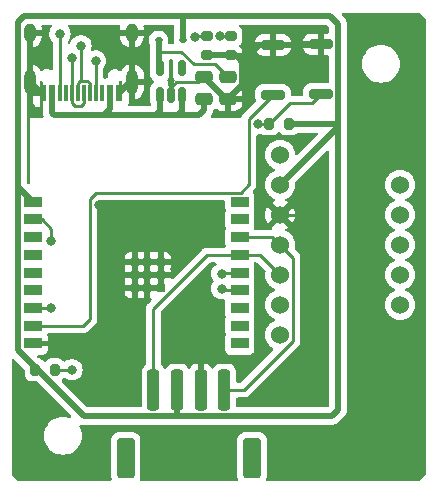
<source format=gbr>
%TF.GenerationSoftware,KiCad,Pcbnew,7.0.8*%
%TF.CreationDate,2024-11-10T19:19:34+09:00*%
%TF.ProjectId,JellyTracker_V0.5.0,4a656c6c-7954-4726-9163-6b65725f5630,rev?*%
%TF.SameCoordinates,Original*%
%TF.FileFunction,Copper,L1,Top*%
%TF.FilePolarity,Positive*%
%FSLAX46Y46*%
G04 Gerber Fmt 4.6, Leading zero omitted, Abs format (unit mm)*
G04 Created by KiCad (PCBNEW 7.0.8) date 2024-11-10 19:19:34*
%MOMM*%
%LPD*%
G01*
G04 APERTURE LIST*
G04 Aperture macros list*
%AMRoundRect*
0 Rectangle with rounded corners*
0 $1 Rounding radius*
0 $2 $3 $4 $5 $6 $7 $8 $9 X,Y pos of 4 corners*
0 Add a 4 corners polygon primitive as box body*
4,1,4,$2,$3,$4,$5,$6,$7,$8,$9,$2,$3,0*
0 Add four circle primitives for the rounded corners*
1,1,$1+$1,$2,$3*
1,1,$1+$1,$4,$5*
1,1,$1+$1,$6,$7*
1,1,$1+$1,$8,$9*
0 Add four rect primitives between the rounded corners*
20,1,$1+$1,$2,$3,$4,$5,0*
20,1,$1+$1,$4,$5,$6,$7,0*
20,1,$1+$1,$6,$7,$8,$9,0*
20,1,$1+$1,$8,$9,$2,$3,0*%
G04 Aperture macros list end*
%TA.AperFunction,SMDPad,CuDef*%
%ADD10R,1.500000X0.900000*%
%TD*%
%TA.AperFunction,SMDPad,CuDef*%
%ADD11R,0.700000X0.700000*%
%TD*%
%TA.AperFunction,SMDPad,CuDef*%
%ADD12RoundRect,0.200000X-0.200000X-0.275000X0.200000X-0.275000X0.200000X0.275000X-0.200000X0.275000X0*%
%TD*%
%TA.AperFunction,SMDPad,CuDef*%
%ADD13RoundRect,0.200000X0.800000X-0.200000X0.800000X0.200000X-0.800000X0.200000X-0.800000X-0.200000X0*%
%TD*%
%TA.AperFunction,SMDPad,CuDef*%
%ADD14RoundRect,0.200000X0.200000X0.275000X-0.200000X0.275000X-0.200000X-0.275000X0.200000X-0.275000X0*%
%TD*%
%TA.AperFunction,SMDPad,CuDef*%
%ADD15R,0.600000X1.450000*%
%TD*%
%TA.AperFunction,SMDPad,CuDef*%
%ADD16R,0.300000X1.450000*%
%TD*%
%TA.AperFunction,ComponentPad*%
%ADD17O,1.000000X2.100000*%
%TD*%
%TA.AperFunction,ComponentPad*%
%ADD18O,1.000000X1.600000*%
%TD*%
%TA.AperFunction,SMDPad,CuDef*%
%ADD19RoundRect,0.200000X-0.275000X0.200000X-0.275000X-0.200000X0.275000X-0.200000X0.275000X0.200000X0*%
%TD*%
%TA.AperFunction,SMDPad,CuDef*%
%ADD20RoundRect,0.250000X-0.475000X0.250000X-0.475000X-0.250000X0.475000X-0.250000X0.475000X0.250000X0*%
%TD*%
%TA.AperFunction,SMDPad,CuDef*%
%ADD21RoundRect,0.150000X0.150000X-0.512500X0.150000X0.512500X-0.150000X0.512500X-0.150000X-0.512500X0*%
%TD*%
%TA.AperFunction,SMDPad,CuDef*%
%ADD22RoundRect,0.112500X0.187500X0.112500X-0.187500X0.112500X-0.187500X-0.112500X0.187500X-0.112500X0*%
%TD*%
%TA.AperFunction,SMDPad,CuDef*%
%ADD23RoundRect,0.250000X-0.250000X-1.500000X0.250000X-1.500000X0.250000X1.500000X-0.250000X1.500000X0*%
%TD*%
%TA.AperFunction,SMDPad,CuDef*%
%ADD24RoundRect,0.250001X-0.499999X-1.449999X0.499999X-1.449999X0.499999X1.449999X-0.499999X1.449999X0*%
%TD*%
%TA.AperFunction,ComponentPad*%
%ADD25C,1.524000*%
%TD*%
%TA.AperFunction,ViaPad*%
%ADD26C,0.800000*%
%TD*%
%TA.AperFunction,Conductor*%
%ADD27C,0.250000*%
%TD*%
%TA.AperFunction,Conductor*%
%ADD28C,0.500000*%
%TD*%
G04 APERTURE END LIST*
D10*
%TO.P,U5,1,3V3*%
%TO.N,3.3V*%
X2032000Y-16256000D03*
%TO.P,U5,2,EN/CHIP_PU*%
%TO.N,EN{slash}ESP*%
X2032000Y-17756000D03*
%TO.P,U5,3,GPIO4/ADC1_CH4*%
%TO.N,unconnected-(U5-GPIO4{slash}ADC1_CH4-Pad3)*%
X2032000Y-19256000D03*
%TO.P,U5,4,GPIO5/ADC2_CH0*%
%TO.N,unconnected-(U5-GPIO5{slash}ADC2_CH0-Pad4)*%
X2032000Y-20756000D03*
%TO.P,U5,5,GPIO6*%
%TO.N,unconnected-(U5-GPIO6-Pad5)*%
X2032000Y-22256000D03*
%TO.P,U5,6,GPIO7*%
%TO.N,unconnected-(U5-GPIO7-Pad6)*%
X2032000Y-23756000D03*
%TO.P,U5,7,GPIO8*%
%TO.N,NotLow*%
X2032000Y-25256000D03*
%TO.P,U5,8,GPIO9*%
%TO.N,RESET*%
X2032000Y-26756000D03*
%TO.P,U5,9,GND*%
%TO.N,GND*%
X2032000Y-28256000D03*
%TO.P,U5,10,GPIO10*%
%TO.N,unconnected-(U5-GPIO10-Pad10)*%
X19532000Y-28256000D03*
%TO.P,U5,11,GPIO20/U0RXD*%
%TO.N,unconnected-(U5-GPIO20{slash}U0RXD-Pad11)*%
X19532000Y-26756000D03*
%TO.P,U5,12,GPIO21/U0TXD*%
%TO.N,unconnected-(U5-GPIO21{slash}U0TXD-Pad12)*%
X19532000Y-25256000D03*
%TO.P,U5,13,GPIO18/USB_D-*%
%TO.N,D-*%
X19532000Y-23756000D03*
%TO.P,U5,14,GPIO19/USB_D+*%
%TO.N,D+*%
X19532000Y-22256000D03*
%TO.P,U5,15,GPIO3/ADC1_CH3*%
%TO.N,SDA*%
X19532000Y-20756000D03*
%TO.P,U5,16,GPIO2/ADC1_CH2*%
%TO.N,SCL*%
X19532000Y-19256000D03*
%TO.P,U5,17,GPIO1/ADC1_CH1/XTAL_32K_N*%
%TO.N,unconnected-(U5-GPIO1{slash}ADC1_CH1{slash}XTAL_32K_N-Pad17)*%
X19532000Y-17756000D03*
%TO.P,U5,18,GPIO0/ADC1_CH0/XTAL_32K_P*%
%TO.N,unconnected-(U5-GPIO0{slash}ADC1_CH0{slash}XTAL_32K_P-Pad18)*%
X19532000Y-16256000D03*
D11*
%TO.P,U5,19,GND*%
%TO.N,GND*%
X10642000Y-21356000D03*
X10642000Y-22456000D03*
X10642000Y-23556000D03*
X11692000Y-21356000D03*
X11692000Y-22456000D03*
X11692000Y-23556000D03*
X12842000Y-21356000D03*
X12842000Y-22456000D03*
X12842000Y-23556000D03*
%TD*%
D12*
%TO.P,R3,1*%
%TO.N,EN{slash}ESP*%
X22035000Y-9652000D03*
%TO.P,R3,2*%
%TO.N,3.3V*%
X23685000Y-9652000D03*
%TD*%
D13*
%TO.P,SW1,1,1*%
%TO.N,EN{slash}ESP*%
X26416000Y-7112000D03*
%TO.P,SW1,2,2*%
%TO.N,GND*%
X26416000Y-2912000D03*
%TD*%
D14*
%TO.P,R4,1*%
%TO.N,NotLow*%
X3873000Y-30480000D03*
%TO.P,R4,2*%
%TO.N,3.3V*%
X2223000Y-30480000D03*
%TD*%
D15*
%TO.P,J1,A1,GND*%
%TO.N,GND*%
X9346000Y-7041000D03*
%TO.P,J1,A4,VBUS*%
%TO.N,5V*%
X8546000Y-7041000D03*
D16*
%TO.P,J1,A5,CC1*%
%TO.N,Net-(J1-CC1)*%
X7346000Y-7041000D03*
%TO.P,J1,A6,D+*%
%TO.N,D+*%
X6346000Y-7041000D03*
%TO.P,J1,A7,D-*%
%TO.N,D-*%
X5846000Y-7041000D03*
%TO.P,J1,A8,SBU1*%
%TO.N,unconnected-(J1-SBU1-PadA8)*%
X4846000Y-7041000D03*
D15*
%TO.P,J1,A9,VBUS*%
%TO.N,5V*%
X3646000Y-7041000D03*
%TO.P,J1,A12,GND*%
%TO.N,GND*%
X2846000Y-7041000D03*
%TO.P,J1,B1,GND*%
X2846000Y-7041000D03*
%TO.P,J1,B4,VBUS*%
%TO.N,5V*%
X3646000Y-7041000D03*
D16*
%TO.P,J1,B5,CC2*%
%TO.N,Net-(J1-CC2)*%
X4346000Y-7041000D03*
%TO.P,J1,B6,D+*%
%TO.N,D+*%
X5346000Y-7041000D03*
%TO.P,J1,B7,D-*%
%TO.N,D-*%
X6846000Y-7041000D03*
%TO.P,J1,B8,SBU2*%
%TO.N,unconnected-(J1-SBU2-PadB8)*%
X7846000Y-7041000D03*
D15*
%TO.P,J1,B9,VBUS*%
%TO.N,5V*%
X8546000Y-7041000D03*
%TO.P,J1,B12,GND*%
%TO.N,GND*%
X9346000Y-7041000D03*
D17*
%TO.P,J1,S1,SHIELD*%
X10416000Y-6126000D03*
D18*
X10416000Y-1946000D03*
D17*
X1776000Y-6126000D03*
D18*
X1776000Y-1946000D03*
%TD*%
D19*
%TO.P,R1,1*%
%TO.N,Net-(J1-CC1)*%
X18796000Y-2223000D03*
%TO.P,R1,2*%
%TO.N,GND*%
X18796000Y-3873000D03*
%TD*%
%TO.P,R2,1*%
%TO.N,Net-(J1-CC2)*%
X16764000Y-2223000D03*
%TO.P,R2,2*%
%TO.N,GND*%
X16764000Y-3873000D03*
%TD*%
D20*
%TO.P,C7,1*%
%TO.N,GND*%
X16510000Y-5654000D03*
%TO.P,C7,2*%
%TO.N,5V*%
X16510000Y-7554000D03*
%TD*%
%TO.P,C6,1*%
%TO.N,Net-(D2-A)*%
X18542000Y-5654000D03*
%TO.P,C6,2*%
%TO.N,GND*%
X18542000Y-7554000D03*
%TD*%
D21*
%TO.P,U1,1,IN*%
%TO.N,5V*%
X12766000Y-7233500D03*
%TO.P,U1,2,GND*%
%TO.N,GND*%
X13716000Y-7233500D03*
%TO.P,U1,3,EN*%
%TO.N,5V*%
X14666000Y-7233500D03*
%TO.P,U1,4,BP*%
%TO.N,unconnected-(U1-BP-Pad4)*%
X14666000Y-4958500D03*
%TO.P,U1,5,OUT*%
%TO.N,Net-(D2-A)*%
X12766000Y-4958500D03*
%TD*%
D22*
%TO.P,D2,1,K*%
%TO.N,3.3V*%
X14766000Y-2540000D03*
%TO.P,D2,2,A*%
%TO.N,Net-(D2-A)*%
X12666000Y-2540000D03*
%TD*%
D23*
%TO.P,J7,1,Pin_1*%
%TO.N,SDA*%
X12240000Y-32202000D03*
%TO.P,J7,2,Pin_2*%
%TO.N,3.3V*%
X14240000Y-32202000D03*
%TO.P,J7,3,Pin_3*%
%TO.N,GND*%
X16240000Y-32202000D03*
%TO.P,J7,4,Pin_4*%
%TO.N,SCL*%
X18240000Y-32202000D03*
D24*
%TO.P,J7,MP*%
%TO.N,N/C*%
X9890000Y-37952000D03*
X20590000Y-37952000D03*
%TD*%
D25*
%TO.P,U2,1,VIN*%
%TO.N,unconnected-(U2-VIN-Pad1)*%
X22960000Y-12292000D03*
%TO.P,U2,2,3V3*%
%TO.N,3.3V*%
X22960000Y-14832000D03*
%TO.P,U2,3,GND*%
%TO.N,GND*%
X22960000Y-17372000D03*
%TO.P,U2,4,SCL*%
%TO.N,SCL*%
X22960000Y-19912000D03*
%TO.P,U2,5,SDA*%
%TO.N,SDA*%
X22960000Y-22452000D03*
%TO.P,U2,6,CS*%
%TO.N,unconnected-(U2-CS-Pad6)*%
X22960000Y-24992000D03*
%TO.P,U2,7,SDO*%
%TO.N,unconnected-(U2-SDO-Pad7)*%
X22960000Y-27532000D03*
%TO.P,U2,8,OCS*%
%TO.N,unconnected-(U2-OCS-Pad8)*%
X33120000Y-14832000D03*
%TO.P,U2,9,INT2*%
%TO.N,unconnected-(U2-INT2-Pad9)*%
X33120000Y-17372000D03*
%TO.P,U2,10,INT1*%
%TO.N,unconnected-(U2-INT1-Pad10)*%
X33120000Y-19912000D03*
%TO.P,U2,11,SCX*%
%TO.N,unconnected-(U2-SCX-Pad11)*%
X33120000Y-22452000D03*
%TO.P,U2,12,SDX*%
%TO.N,unconnected-(U2-SDX-Pad12)*%
X33120000Y-24992000D03*
%TD*%
D13*
%TO.P,SW2,1,1*%
%TO.N,RESET*%
X22352000Y-7180000D03*
%TO.P,SW2,2,2*%
%TO.N,GND*%
X22352000Y-2980000D03*
%TD*%
D26*
%TO.N,Net-(J1-CC1)*%
X7346000Y-4338000D03*
X17838500Y-2231719D03*
%TO.N,D+*%
X5334000Y-4064000D03*
X18034000Y-22352000D03*
%TO.N,D-*%
X18034000Y-23622000D03*
X6096000Y-3048000D03*
%TO.N,Net-(J1-CC2)*%
X15748000Y-2286000D03*
X4318000Y-2032000D03*
%TO.N,NotLow*%
X5334000Y-30480000D03*
X3556000Y-25256000D03*
%TO.N,EN{slash}ESP*%
X3556000Y-19558000D03*
X21082000Y-9652000D03*
%TO.N,GND*%
X1270000Y-35560000D03*
X15240000Y-19050000D03*
X29210000Y-27940000D03*
X33020000Y-31750000D03*
X24892000Y-17272000D03*
X24384000Y-5080000D03*
X34290000Y-1270000D03*
X10160000Y-16510000D03*
X12700000Y-16510000D03*
X29210000Y-16510000D03*
X24130000Y-31750000D03*
X29210000Y-20320000D03*
X1270000Y-31750000D03*
X7620000Y-35560000D03*
X10668000Y-28194000D03*
X15240000Y-16510000D03*
X29210000Y-31750000D03*
X33020000Y-8890000D03*
X10160000Y-19050000D03*
X29210000Y-24130000D03*
X33020000Y-12700000D03*
X17780000Y-39370000D03*
X12700000Y-19050000D03*
X12700000Y-39370000D03*
X24130000Y-35560000D03*
X17780000Y-16510000D03*
X17780000Y-35560000D03*
X24130000Y-39370000D03*
X7620000Y-16510000D03*
X29210000Y-12700000D03*
X29210000Y-8890000D03*
X12700000Y-35560000D03*
X16256000Y-28194000D03*
X33020000Y-27940000D03*
X7620000Y-39370000D03*
X1270000Y-39370000D03*
X29210000Y-1270000D03*
%TD*%
D27*
%TO.N,Net-(J1-CC1)*%
X7346000Y-4338000D02*
X7346000Y-7041000D01*
X18796000Y-2223000D02*
X17847219Y-2223000D01*
X17847219Y-2223000D02*
X17838500Y-2231719D01*
%TO.N,D+*%
X18130000Y-22256000D02*
X18034000Y-22352000D01*
X6096000Y-8128000D02*
X6346000Y-7878000D01*
X6346000Y-7878000D02*
X6346000Y-7041000D01*
X5334000Y-4064000D02*
X5346000Y-4076000D01*
X5346000Y-4076000D02*
X5346000Y-7041000D01*
X5346000Y-7041000D02*
X5346000Y-7875620D01*
X19532000Y-22256000D02*
X18130000Y-22256000D01*
X5598380Y-8128000D02*
X6096000Y-8128000D01*
X5346000Y-7875620D02*
X5598380Y-8128000D01*
%TO.N,D-*%
X5846000Y-6206380D02*
X6061380Y-5991000D01*
X18168000Y-23756000D02*
X18034000Y-23622000D01*
X19532000Y-23756000D02*
X18168000Y-23756000D01*
X6130620Y-5991000D02*
X6350000Y-5991000D01*
X6096000Y-3048000D02*
X6096000Y-5956380D01*
X5846000Y-7041000D02*
X5846000Y-6206380D01*
X6096000Y-5956380D02*
X6130620Y-5991000D01*
X6350000Y-5991000D02*
X6648000Y-5991000D01*
X6648000Y-5991000D02*
X6846000Y-6189000D01*
X6846000Y-6189000D02*
X6846000Y-7041000D01*
X6061380Y-5991000D02*
X6350000Y-5991000D01*
%TO.N,Net-(J1-CC2)*%
X4346000Y-2060000D02*
X4346000Y-7041000D01*
X15811000Y-2223000D02*
X15748000Y-2286000D01*
X16764000Y-2223000D02*
X15811000Y-2223000D01*
X4318000Y-2032000D02*
X4346000Y-2060000D01*
%TO.N,RESET*%
X22352000Y-7180000D02*
X20320000Y-9212000D01*
X19633778Y-15481000D02*
X18647380Y-15481000D01*
X7366000Y-15494000D02*
X6858000Y-16002000D01*
X18634380Y-15494000D02*
X7366000Y-15494000D01*
X6858000Y-26162000D02*
X6264000Y-26756000D01*
X20320000Y-14794778D02*
X19633778Y-15481000D01*
X6264000Y-26756000D02*
X2032000Y-26756000D01*
X20320000Y-9212000D02*
X20320000Y-14794778D01*
X18647380Y-15481000D02*
X18634380Y-15494000D01*
X6858000Y-16002000D02*
X6858000Y-26162000D01*
%TO.N,SDA*%
X21264000Y-20756000D02*
X22960000Y-22452000D01*
X12240000Y-25317620D02*
X12240000Y-32202000D01*
X19532000Y-20756000D02*
X21264000Y-20756000D01*
X19532000Y-20756000D02*
X16801620Y-20756000D01*
X16801620Y-20756000D02*
X12240000Y-25317620D01*
%TO.N,SCL*%
X24047000Y-28023000D02*
X19868000Y-32202000D01*
X22960000Y-19912000D02*
X24047000Y-20999000D01*
X24047000Y-20999000D02*
X24047000Y-28023000D01*
X19532000Y-19256000D02*
X22304000Y-19256000D01*
X22304000Y-19256000D02*
X22960000Y-19912000D01*
X19868000Y-32202000D02*
X18240000Y-32202000D01*
%TO.N,NotLow*%
X5334000Y-30480000D02*
X3873000Y-30480000D01*
X3556000Y-25256000D02*
X2032000Y-25256000D01*
%TO.N,EN{slash}ESP*%
X25623000Y-7905000D02*
X23782000Y-7905000D01*
X26416000Y-7112000D02*
X25623000Y-7905000D01*
X23782000Y-7905000D02*
X22035000Y-9652000D01*
X3556000Y-18530000D02*
X2782000Y-17756000D01*
X22035000Y-9652000D02*
X21082000Y-9652000D01*
X2782000Y-17756000D02*
X2032000Y-17756000D01*
X3556000Y-19558000D02*
X3556000Y-18530000D01*
D28*
%TO.N,3.3V*%
X762000Y-14986000D02*
X2032000Y-16256000D01*
X14240000Y-34402000D02*
X6341604Y-34402000D01*
X762000Y-1016000D02*
X1270000Y-508000D01*
X14240000Y-33952000D02*
X14240000Y-34383000D01*
X14732000Y-508000D02*
X27178000Y-508000D01*
X22960000Y-14832000D02*
X27866000Y-9926000D01*
X27592000Y-9652000D02*
X23685000Y-9652000D01*
X27866000Y-9926000D02*
X27866000Y-8636000D01*
X762000Y-28822396D02*
X1463802Y-29524198D01*
X27866000Y-9926000D02*
X27592000Y-9652000D01*
X1463802Y-29524198D02*
X2223000Y-30283396D01*
X14240000Y-32202000D02*
X14240000Y-33952000D01*
X27866000Y-1196000D02*
X27866000Y-8636000D01*
X27178000Y-508000D02*
X27866000Y-1196000D01*
X762000Y-14986000D02*
X762000Y-1016000D01*
X27320000Y-34402000D02*
X27866000Y-33856000D01*
X2223000Y-30283396D02*
X2223000Y-30480000D01*
X14766000Y-2540000D02*
X14766000Y-542000D01*
X762000Y-14986000D02*
X762000Y-28822396D01*
D27*
X23685000Y-9652000D02*
X23876000Y-9652000D01*
D28*
X27866000Y-33856000D02*
X27866000Y-8636000D01*
X14240000Y-33952000D02*
X14240000Y-34402000D01*
X6341604Y-34402000D02*
X1463802Y-29524198D01*
X14766000Y-542000D02*
X14732000Y-508000D01*
X14240000Y-34383000D02*
X14259000Y-34402000D01*
X14259000Y-34402000D02*
X27320000Y-34402000D01*
X1270000Y-508000D02*
X14732000Y-508000D01*
D27*
%TO.N,Net-(D2-A)*%
X15639752Y-4598000D02*
X17486000Y-4598000D01*
D28*
X12666000Y-3556000D02*
X12666000Y-4858500D01*
D27*
X17486000Y-4598000D02*
X18542000Y-5654000D01*
D28*
X12666000Y-2540000D02*
X12666000Y-3556000D01*
D27*
X12700000Y-4892500D02*
X12766000Y-4958500D01*
D28*
X12666000Y-4858500D02*
X12766000Y-4958500D01*
D27*
X14597752Y-3556000D02*
X12666000Y-3556000D01*
X14597752Y-3556000D02*
X15639752Y-4598000D01*
D28*
%TO.N,5V*%
X12766000Y-8570000D02*
X12430000Y-8906000D01*
X12430000Y-8906000D02*
X11684000Y-8906000D01*
X11684000Y-8906000D02*
X6604000Y-8906000D01*
X14313000Y-8906000D02*
X13970000Y-8906000D01*
X14666000Y-7233500D02*
X14666000Y-8553000D01*
X6604000Y-8906000D02*
X8052396Y-8906000D01*
X13970000Y-8906000D02*
X16113000Y-8906000D01*
X3646000Y-8726000D02*
X3826000Y-8906000D01*
X3826000Y-8906000D02*
X6604000Y-8906000D01*
X14666000Y-8553000D02*
X14313000Y-8906000D01*
X12766000Y-7233500D02*
X12766000Y-8570000D01*
X3646000Y-7295000D02*
X3646000Y-8726000D01*
X16510000Y-8509000D02*
X16510000Y-7554000D01*
X8052396Y-8906000D02*
X8546000Y-8412396D01*
X16113000Y-8906000D02*
X16510000Y-8509000D01*
X8546000Y-8412396D02*
X8546000Y-7295000D01*
X13970000Y-8906000D02*
X11684000Y-8906000D01*
D27*
%TO.N,GND*%
X9346000Y-7041000D02*
X9501000Y-7041000D01*
D28*
X19721000Y-4409000D02*
X21150000Y-2980000D01*
X10261000Y-6126000D02*
X9346000Y-7041000D01*
X19721000Y-5334000D02*
X19721000Y-4409000D01*
D27*
X16240000Y-28210000D02*
X16240000Y-32202000D01*
D28*
X21150000Y-2980000D02*
X22352000Y-2980000D01*
D27*
X13716000Y-6604000D02*
X13716000Y-7233500D01*
X10642000Y-21356000D02*
X12842000Y-21356000D01*
X16256000Y-28194000D02*
X16240000Y-28210000D01*
X24792000Y-17372000D02*
X24892000Y-17272000D01*
X10642000Y-21356000D02*
X10642000Y-23556000D01*
D28*
X19185000Y-3873000D02*
X19721000Y-4409000D01*
X1776000Y-6856000D02*
X1776000Y-6126000D01*
X19721000Y-6454000D02*
X19642000Y-6454000D01*
X2846000Y-7041000D02*
X2691000Y-7041000D01*
D27*
X19721000Y-5611000D02*
X19721000Y-5842000D01*
D28*
X18410000Y-7554000D02*
X16510000Y-5654000D01*
X18796000Y-3873000D02*
X19185000Y-3873000D01*
X22352000Y-2980000D02*
X24384000Y-2980000D01*
X10416000Y-1946000D02*
X10416000Y-6126000D01*
X19721000Y-5842000D02*
X19721000Y-6454000D01*
X18796000Y-3873000D02*
X16764000Y-3873000D01*
D27*
X10668000Y-28194000D02*
X10606000Y-28256000D01*
D28*
X2691000Y-7041000D02*
X1776000Y-6126000D01*
X26348000Y-2980000D02*
X26416000Y-2912000D01*
D27*
X10606000Y-28256000D02*
X2032000Y-28256000D01*
D28*
X1776000Y-1946000D02*
X1776000Y-6126000D01*
X24384000Y-2980000D02*
X26348000Y-2980000D01*
X10416000Y-6126000D02*
X10261000Y-6126000D01*
D27*
X16642000Y-5654000D02*
X16510000Y-5654000D01*
D28*
X19642000Y-6454000D02*
X18542000Y-7554000D01*
D27*
X11692000Y-23556000D02*
X11692000Y-21356000D01*
D28*
X18542000Y-7554000D02*
X18410000Y-7554000D01*
D27*
X12842000Y-23556000D02*
X12842000Y-21356000D01*
X14170148Y-6149852D02*
X13716000Y-6604000D01*
X24384000Y-5080000D02*
X24384000Y-2980000D01*
X16510000Y-5654000D02*
X16014148Y-6149852D01*
X12842000Y-22456000D02*
X10642000Y-22456000D01*
X16014148Y-6149852D02*
X14170148Y-6149852D01*
X22960000Y-17372000D02*
X24792000Y-17372000D01*
X1776000Y-6126000D02*
X1931000Y-6126000D01*
X10642000Y-23556000D02*
X12842000Y-23556000D01*
D28*
X19721000Y-5334000D02*
X19721000Y-5842000D01*
D27*
%TO.N,unconnected-(U1-BP-Pad4)*%
X14732000Y-4892500D02*
X14666000Y-4958500D01*
%TD*%
%TA.AperFunction,Conductor*%
%TO.N,GND*%
G36*
X34813677Y-273685D02*
G01*
X34834319Y-290319D01*
X35269681Y-725681D01*
X35303166Y-787004D01*
X35306000Y-813362D01*
X35306000Y-39318638D01*
X35286315Y-39385677D01*
X35269681Y-39406319D01*
X34834319Y-39841681D01*
X34772996Y-39875166D01*
X34746638Y-39878000D01*
X21894620Y-39878000D01*
X21827581Y-39858315D01*
X21781826Y-39805511D01*
X21771882Y-39736353D01*
X21776914Y-39714996D01*
X21829999Y-39554797D01*
X21840500Y-39452008D01*
X21840500Y-36451992D01*
X21829999Y-36349203D01*
X21774814Y-36182666D01*
X21682711Y-36033345D01*
X21558655Y-35909289D01*
X21558651Y-35909286D01*
X21409337Y-35817187D01*
X21409335Y-35817186D01*
X21326065Y-35789593D01*
X21242797Y-35762001D01*
X21242795Y-35762000D01*
X21140015Y-35751500D01*
X21140008Y-35751500D01*
X20039992Y-35751500D01*
X20039984Y-35751500D01*
X19937204Y-35762000D01*
X19937203Y-35762001D01*
X19770664Y-35817186D01*
X19770662Y-35817187D01*
X19621348Y-35909286D01*
X19621344Y-35909289D01*
X19497289Y-36033344D01*
X19497286Y-36033348D01*
X19405187Y-36182662D01*
X19405186Y-36182664D01*
X19350001Y-36349203D01*
X19350000Y-36349204D01*
X19339500Y-36451984D01*
X19339500Y-39452015D01*
X19350000Y-39554795D01*
X19350001Y-39554796D01*
X19403086Y-39714996D01*
X19405488Y-39784825D01*
X19369756Y-39844866D01*
X19307236Y-39876059D01*
X19285380Y-39878000D01*
X11194620Y-39878000D01*
X11127581Y-39858315D01*
X11081826Y-39805511D01*
X11071882Y-39736353D01*
X11076914Y-39714996D01*
X11129999Y-39554797D01*
X11140500Y-39452008D01*
X11140500Y-36451992D01*
X11129999Y-36349203D01*
X11074814Y-36182666D01*
X10982711Y-36033345D01*
X10858655Y-35909289D01*
X10858651Y-35909286D01*
X10709337Y-35817187D01*
X10709335Y-35817186D01*
X10626065Y-35789593D01*
X10542797Y-35762001D01*
X10542795Y-35762000D01*
X10440015Y-35751500D01*
X10440008Y-35751500D01*
X9339992Y-35751500D01*
X9339984Y-35751500D01*
X9237204Y-35762000D01*
X9237203Y-35762001D01*
X9070664Y-35817186D01*
X9070662Y-35817187D01*
X8921348Y-35909286D01*
X8921344Y-35909289D01*
X8797289Y-36033344D01*
X8797286Y-36033348D01*
X8705187Y-36182662D01*
X8705186Y-36182664D01*
X8650001Y-36349203D01*
X8650000Y-36349204D01*
X8639500Y-36451984D01*
X8639500Y-39452015D01*
X8650000Y-39554795D01*
X8650001Y-39554796D01*
X8703086Y-39714996D01*
X8705488Y-39784825D01*
X8669756Y-39844866D01*
X8607236Y-39876059D01*
X8585380Y-39878000D01*
X813362Y-39878000D01*
X746323Y-39858315D01*
X725681Y-39841681D01*
X290319Y-39406319D01*
X256834Y-39344996D01*
X254000Y-39318638D01*
X254000Y-29675126D01*
X273685Y-29608087D01*
X326489Y-29562332D01*
X395647Y-29552388D01*
X459203Y-29581413D01*
X465681Y-29587445D01*
X1286181Y-30407945D01*
X1319666Y-30469268D01*
X1322500Y-30495626D01*
X1322500Y-30811613D01*
X1328913Y-30882192D01*
X1379522Y-31044606D01*
X1467530Y-31190188D01*
X1587811Y-31310469D01*
X1587813Y-31310470D01*
X1587815Y-31310472D01*
X1733394Y-31398478D01*
X1895804Y-31449086D01*
X1966384Y-31455500D01*
X2282374Y-31455500D01*
X2349413Y-31475185D01*
X2370055Y-31491819D01*
X5226932Y-34348696D01*
X5260417Y-34410019D01*
X5255433Y-34479711D01*
X5213561Y-34535644D01*
X5148097Y-34560061D01*
X5091799Y-34550938D01*
X5068113Y-34541127D01*
X4823150Y-34482317D01*
X4634884Y-34467500D01*
X4634882Y-34467500D01*
X4509118Y-34467500D01*
X4509116Y-34467500D01*
X4320849Y-34482317D01*
X4075889Y-34541126D01*
X3843140Y-34637533D01*
X3628346Y-34769160D01*
X3628343Y-34769161D01*
X3436776Y-34932776D01*
X3273161Y-35124343D01*
X3273160Y-35124346D01*
X3141533Y-35339140D01*
X3045126Y-35571889D01*
X2986317Y-35816848D01*
X2966551Y-36068000D01*
X2986317Y-36319151D01*
X3045126Y-36564110D01*
X3141533Y-36796859D01*
X3273160Y-37011653D01*
X3273161Y-37011656D01*
X3273164Y-37011659D01*
X3436776Y-37203224D01*
X3585066Y-37329875D01*
X3628343Y-37366838D01*
X3628346Y-37366839D01*
X3843140Y-37498466D01*
X4075889Y-37594873D01*
X4320852Y-37653683D01*
X4476950Y-37665968D01*
X4509116Y-37668500D01*
X4509118Y-37668500D01*
X4634884Y-37668500D01*
X4664518Y-37666167D01*
X4823148Y-37653683D01*
X5068111Y-37594873D01*
X5300859Y-37498466D01*
X5515659Y-37366836D01*
X5707224Y-37203224D01*
X5870836Y-37011659D01*
X6002466Y-36796859D01*
X6098873Y-36564111D01*
X6157683Y-36319148D01*
X6177449Y-36068000D01*
X6157683Y-35816852D01*
X6098873Y-35571889D01*
X6002466Y-35339141D01*
X5983103Y-35307544D01*
X5964859Y-35240100D01*
X5985975Y-35173497D01*
X6039746Y-35128884D01*
X6109102Y-35120423D01*
X6113906Y-35121317D01*
X6179169Y-35134792D01*
X6253883Y-35152500D01*
X6253886Y-35152500D01*
X6253890Y-35152501D01*
X6261057Y-35153339D01*
X6261050Y-35153398D01*
X6268548Y-35154164D01*
X6268554Y-35154105D01*
X6275743Y-35154734D01*
X6275747Y-35154733D01*
X6275748Y-35154734D01*
X6352521Y-35152500D01*
X14169655Y-35152500D01*
X14185944Y-35154164D01*
X14185950Y-35154105D01*
X14193141Y-35154733D01*
X14193144Y-35154734D01*
X14193146Y-35154733D01*
X14193147Y-35154734D01*
X14232701Y-35153583D01*
X14238092Y-35153660D01*
X14283935Y-35156331D01*
X14294977Y-35154384D01*
X14316509Y-35152500D01*
X27256295Y-35152500D01*
X27274265Y-35153809D01*
X27298023Y-35157289D01*
X27350068Y-35152735D01*
X27355470Y-35152500D01*
X27363704Y-35152500D01*
X27363709Y-35152500D01*
X27375327Y-35151141D01*
X27396276Y-35148693D01*
X27409028Y-35147577D01*
X27472797Y-35141999D01*
X27472805Y-35141996D01*
X27479866Y-35140539D01*
X27479878Y-35140598D01*
X27487243Y-35138965D01*
X27487229Y-35138906D01*
X27494246Y-35137241D01*
X27494255Y-35137241D01*
X27566423Y-35110974D01*
X27639334Y-35086814D01*
X27639343Y-35086807D01*
X27645882Y-35083760D01*
X27645908Y-35083816D01*
X27652690Y-35080532D01*
X27652663Y-35080478D01*
X27659106Y-35077240D01*
X27659117Y-35077237D01*
X27723283Y-35035034D01*
X27788656Y-34994712D01*
X27788662Y-34994705D01*
X27794325Y-34990229D01*
X27794362Y-34990277D01*
X27800204Y-34985518D01*
X27800164Y-34985471D01*
X27805686Y-34980836D01*
X27805696Y-34980830D01*
X27829267Y-34955846D01*
X27858387Y-34924981D01*
X28145833Y-34637533D01*
X28351647Y-34431718D01*
X28365260Y-34419954D01*
X28384530Y-34405610D01*
X28418123Y-34365574D01*
X28421757Y-34361608D01*
X28427591Y-34355776D01*
X28447930Y-34330052D01*
X28497302Y-34271214D01*
X28497306Y-34271205D01*
X28501274Y-34265175D01*
X28501325Y-34265208D01*
X28505369Y-34258860D01*
X28505317Y-34258828D01*
X28509104Y-34252685D01*
X28509111Y-34252677D01*
X28541572Y-34183063D01*
X28576040Y-34114433D01*
X28576041Y-34114427D01*
X28578508Y-34107650D01*
X28578566Y-34107671D01*
X28581043Y-34100544D01*
X28580986Y-34100526D01*
X28583255Y-34093679D01*
X28583256Y-34093674D01*
X28583257Y-34093672D01*
X28598790Y-34018441D01*
X28616500Y-33943721D01*
X28616500Y-33943719D01*
X28617339Y-33936548D01*
X28617398Y-33936554D01*
X28618164Y-33929054D01*
X28618105Y-33929049D01*
X28618734Y-33921859D01*
X28616500Y-33845082D01*
X28616500Y-24992002D01*
X31852677Y-24992002D01*
X31871929Y-25212062D01*
X31871930Y-25212070D01*
X31929104Y-25425445D01*
X31929105Y-25425447D01*
X31929106Y-25425450D01*
X32021820Y-25624277D01*
X32022466Y-25625662D01*
X32022468Y-25625666D01*
X32149170Y-25806615D01*
X32149175Y-25806621D01*
X32305378Y-25962824D01*
X32305384Y-25962829D01*
X32486333Y-26089531D01*
X32486335Y-26089532D01*
X32486338Y-26089534D01*
X32686550Y-26182894D01*
X32899932Y-26240070D01*
X33057123Y-26253822D01*
X33119998Y-26259323D01*
X33120000Y-26259323D01*
X33120002Y-26259323D01*
X33175017Y-26254509D01*
X33340068Y-26240070D01*
X33553450Y-26182894D01*
X33753662Y-26089534D01*
X33934620Y-25962826D01*
X34090826Y-25806620D01*
X34217534Y-25625662D01*
X34310894Y-25425450D01*
X34368070Y-25212068D01*
X34386913Y-24996684D01*
X34387323Y-24992002D01*
X34387323Y-24991997D01*
X34378200Y-24887722D01*
X34368070Y-24771932D01*
X34310894Y-24558550D01*
X34217534Y-24358339D01*
X34090826Y-24177380D01*
X33934620Y-24021174D01*
X33934616Y-24021171D01*
X33934615Y-24021170D01*
X33753666Y-23894468D01*
X33753658Y-23894464D01*
X33624811Y-23834382D01*
X33572371Y-23788210D01*
X33553219Y-23721017D01*
X33573435Y-23654135D01*
X33624811Y-23609618D01*
X33652503Y-23596705D01*
X33753662Y-23549534D01*
X33934620Y-23422826D01*
X34090826Y-23266620D01*
X34217534Y-23085662D01*
X34310894Y-22885450D01*
X34368070Y-22672068D01*
X34387323Y-22452000D01*
X34368070Y-22231932D01*
X34310894Y-22018550D01*
X34217534Y-21818339D01*
X34090826Y-21637380D01*
X33934620Y-21481174D01*
X33934616Y-21481171D01*
X33934615Y-21481170D01*
X33753666Y-21354468D01*
X33753658Y-21354464D01*
X33624811Y-21294382D01*
X33572371Y-21248210D01*
X33553219Y-21181017D01*
X33573435Y-21114135D01*
X33624811Y-21069618D01*
X33632362Y-21066097D01*
X33753662Y-21009534D01*
X33934620Y-20882826D01*
X34090826Y-20726620D01*
X34217534Y-20545662D01*
X34310894Y-20345450D01*
X34368070Y-20132068D01*
X34387323Y-19912000D01*
X34368070Y-19691932D01*
X34310894Y-19478550D01*
X34217534Y-19278339D01*
X34090826Y-19097380D01*
X33934620Y-18941174D01*
X33934616Y-18941171D01*
X33934615Y-18941170D01*
X33753666Y-18814468D01*
X33753658Y-18814464D01*
X33624811Y-18754382D01*
X33572371Y-18708210D01*
X33553219Y-18641017D01*
X33573435Y-18574135D01*
X33624811Y-18529618D01*
X33630802Y-18526824D01*
X33753662Y-18469534D01*
X33934620Y-18342826D01*
X34090826Y-18186620D01*
X34217534Y-18005662D01*
X34310894Y-17805450D01*
X34368070Y-17592068D01*
X34387323Y-17372000D01*
X34385127Y-17346904D01*
X34373748Y-17216838D01*
X34368070Y-17151932D01*
X34310894Y-16938550D01*
X34217534Y-16738339D01*
X34090826Y-16557380D01*
X33934620Y-16401174D01*
X33934616Y-16401171D01*
X33934615Y-16401170D01*
X33753666Y-16274468D01*
X33753658Y-16274464D01*
X33624811Y-16214382D01*
X33572371Y-16168210D01*
X33553219Y-16101017D01*
X33573435Y-16034135D01*
X33624811Y-15989618D01*
X33630802Y-15986824D01*
X33753662Y-15929534D01*
X33934620Y-15802826D01*
X34090826Y-15646620D01*
X34217534Y-15465662D01*
X34310894Y-15265450D01*
X34368070Y-15052068D01*
X34387323Y-14832000D01*
X34368070Y-14611932D01*
X34310894Y-14398550D01*
X34217534Y-14198339D01*
X34090826Y-14017380D01*
X33934620Y-13861174D01*
X33934616Y-13861171D01*
X33934615Y-13861170D01*
X33753666Y-13734468D01*
X33753662Y-13734466D01*
X33753660Y-13734465D01*
X33553450Y-13641106D01*
X33553447Y-13641105D01*
X33553445Y-13641104D01*
X33340070Y-13583930D01*
X33340062Y-13583929D01*
X33120002Y-13564677D01*
X33119998Y-13564677D01*
X32899937Y-13583929D01*
X32899929Y-13583930D01*
X32686554Y-13641104D01*
X32686548Y-13641107D01*
X32486340Y-13734465D01*
X32486338Y-13734466D01*
X32305377Y-13861175D01*
X32149175Y-14017377D01*
X32022466Y-14198338D01*
X32022465Y-14198340D01*
X31929107Y-14398548D01*
X31929104Y-14398554D01*
X31871930Y-14611929D01*
X31871929Y-14611937D01*
X31852677Y-14831997D01*
X31852677Y-14832002D01*
X31871929Y-15052062D01*
X31871930Y-15052070D01*
X31929104Y-15265445D01*
X31929105Y-15265447D01*
X31929106Y-15265450D01*
X31982179Y-15379266D01*
X32022466Y-15465662D01*
X32022468Y-15465666D01*
X32149170Y-15646615D01*
X32149175Y-15646621D01*
X32305378Y-15802824D01*
X32305384Y-15802829D01*
X32486333Y-15929531D01*
X32486335Y-15929532D01*
X32486338Y-15929534D01*
X32605748Y-15985215D01*
X32615189Y-15989618D01*
X32667628Y-16035790D01*
X32686780Y-16102984D01*
X32666564Y-16169865D01*
X32615189Y-16214382D01*
X32486340Y-16274465D01*
X32486338Y-16274466D01*
X32305377Y-16401175D01*
X32149175Y-16557377D01*
X32022466Y-16738338D01*
X32022465Y-16738340D01*
X31929107Y-16938548D01*
X31929104Y-16938554D01*
X31871930Y-17151929D01*
X31871929Y-17151937D01*
X31852677Y-17371997D01*
X31852677Y-17372002D01*
X31871929Y-17592062D01*
X31871930Y-17592070D01*
X31929104Y-17805445D01*
X31929105Y-17805447D01*
X31929106Y-17805450D01*
X32022347Y-18005407D01*
X32022466Y-18005662D01*
X32022468Y-18005666D01*
X32149170Y-18186615D01*
X32149175Y-18186621D01*
X32305378Y-18342824D01*
X32305384Y-18342829D01*
X32486333Y-18469531D01*
X32486335Y-18469532D01*
X32486338Y-18469534D01*
X32605748Y-18525215D01*
X32615189Y-18529618D01*
X32667628Y-18575790D01*
X32686780Y-18642984D01*
X32666564Y-18709865D01*
X32615189Y-18754382D01*
X32486340Y-18814465D01*
X32486338Y-18814466D01*
X32305377Y-18941175D01*
X32149175Y-19097377D01*
X32022466Y-19278338D01*
X32022465Y-19278340D01*
X31929107Y-19478548D01*
X31929104Y-19478554D01*
X31871930Y-19691929D01*
X31871929Y-19691937D01*
X31852677Y-19911997D01*
X31852677Y-19912002D01*
X31871929Y-20132062D01*
X31871930Y-20132070D01*
X31929104Y-20345445D01*
X31929105Y-20345447D01*
X31929106Y-20345450D01*
X31978265Y-20450872D01*
X32022466Y-20545662D01*
X32022468Y-20545666D01*
X32149170Y-20726615D01*
X32149175Y-20726621D01*
X32305378Y-20882824D01*
X32305384Y-20882829D01*
X32486333Y-21009531D01*
X32486335Y-21009532D01*
X32486338Y-21009534D01*
X32605748Y-21065215D01*
X32615189Y-21069618D01*
X32667628Y-21115790D01*
X32686780Y-21182984D01*
X32666564Y-21249865D01*
X32615189Y-21294382D01*
X32486340Y-21354465D01*
X32486338Y-21354466D01*
X32305377Y-21481175D01*
X32149175Y-21637377D01*
X32022466Y-21818338D01*
X32022465Y-21818340D01*
X31929107Y-22018548D01*
X31929104Y-22018554D01*
X31871930Y-22231929D01*
X31871929Y-22231937D01*
X31852677Y-22451997D01*
X31852677Y-22452002D01*
X31871929Y-22672062D01*
X31871930Y-22672070D01*
X31929104Y-22885445D01*
X31929105Y-22885447D01*
X31929106Y-22885450D01*
X31985319Y-23006000D01*
X32022466Y-23085662D01*
X32022468Y-23085666D01*
X32149170Y-23266615D01*
X32149175Y-23266621D01*
X32305378Y-23422824D01*
X32305384Y-23422829D01*
X32486333Y-23549531D01*
X32486335Y-23549532D01*
X32486338Y-23549534D01*
X32587497Y-23596705D01*
X32615189Y-23609618D01*
X32667628Y-23655790D01*
X32686780Y-23722984D01*
X32666564Y-23789865D01*
X32615189Y-23834382D01*
X32486340Y-23894465D01*
X32486338Y-23894466D01*
X32305377Y-24021175D01*
X32149175Y-24177377D01*
X32022466Y-24358338D01*
X32022465Y-24358340D01*
X31929107Y-24558548D01*
X31929104Y-24558554D01*
X31871930Y-24771929D01*
X31871929Y-24771937D01*
X31852677Y-24991997D01*
X31852677Y-24992002D01*
X28616500Y-24992002D01*
X28616500Y-10015343D01*
X28618164Y-9999054D01*
X28618105Y-9999049D01*
X28618734Y-9991854D01*
X28618408Y-9980652D01*
X28619664Y-9959070D01*
X28621289Y-9947974D01*
X28616736Y-9895934D01*
X28616500Y-9890528D01*
X28616500Y-4572000D01*
X29890551Y-4572000D01*
X29910317Y-4823151D01*
X29969126Y-5068110D01*
X30065533Y-5300859D01*
X30197160Y-5515653D01*
X30197161Y-5515656D01*
X30215131Y-5536696D01*
X30360776Y-5707224D01*
X30461076Y-5792888D01*
X30552343Y-5870838D01*
X30552346Y-5870839D01*
X30767140Y-6002466D01*
X30966486Y-6085037D01*
X30999889Y-6098873D01*
X31244852Y-6157683D01*
X31400950Y-6169968D01*
X31433116Y-6172500D01*
X31433118Y-6172500D01*
X31558884Y-6172500D01*
X31588518Y-6170167D01*
X31747148Y-6157683D01*
X31992111Y-6098873D01*
X32224859Y-6002466D01*
X32439659Y-5870836D01*
X32631224Y-5707224D01*
X32794836Y-5515659D01*
X32926466Y-5300859D01*
X33022873Y-5068111D01*
X33081683Y-4823148D01*
X33101449Y-4572000D01*
X33081683Y-4320852D01*
X33022873Y-4075889D01*
X32980048Y-3972500D01*
X32926466Y-3843140D01*
X32794839Y-3628346D01*
X32794838Y-3628343D01*
X32752248Y-3578477D01*
X32631224Y-3436776D01*
X32454124Y-3285518D01*
X32439656Y-3273161D01*
X32439653Y-3273160D01*
X32224859Y-3141533D01*
X31992110Y-3045126D01*
X31747150Y-2986317D01*
X31558884Y-2971500D01*
X31558882Y-2971500D01*
X31433118Y-2971500D01*
X31433116Y-2971500D01*
X31244849Y-2986317D01*
X30999889Y-3045126D01*
X30767140Y-3141533D01*
X30552346Y-3273160D01*
X30552343Y-3273161D01*
X30360776Y-3436776D01*
X30197161Y-3628343D01*
X30197160Y-3628346D01*
X30065533Y-3843140D01*
X29969126Y-4075889D01*
X29910317Y-4320848D01*
X29890551Y-4572000D01*
X28616500Y-4572000D01*
X28616500Y-1259705D01*
X28617809Y-1241735D01*
X28618129Y-1239547D01*
X28621289Y-1217977D01*
X28616735Y-1165931D01*
X28616500Y-1160528D01*
X28616500Y-1152297D01*
X28616500Y-1152291D01*
X28612693Y-1119724D01*
X28605999Y-1043203D01*
X28605999Y-1043201D01*
X28604539Y-1036129D01*
X28604597Y-1036116D01*
X28602965Y-1028757D01*
X28602906Y-1028772D01*
X28601242Y-1021753D01*
X28601241Y-1021745D01*
X28574974Y-949576D01*
X28550814Y-876666D01*
X28550809Y-876659D01*
X28547760Y-870118D01*
X28547815Y-870091D01*
X28544533Y-863313D01*
X28544480Y-863340D01*
X28541235Y-856880D01*
X28499028Y-792708D01*
X28458710Y-727342D01*
X28454234Y-721682D01*
X28454281Y-721644D01*
X28449519Y-715799D01*
X28449474Y-715838D01*
X28444834Y-710309D01*
X28444832Y-710307D01*
X28444830Y-710304D01*
X28414061Y-681275D01*
X28388965Y-657597D01*
X28197049Y-465681D01*
X28163564Y-404358D01*
X28168548Y-334666D01*
X28210420Y-278733D01*
X28275884Y-254316D01*
X28284730Y-254000D01*
X34746638Y-254000D01*
X34813677Y-273685D01*
G37*
%TD.AperFunction*%
%TA.AperFunction,Conductor*%
G36*
X18224539Y-16139185D02*
G01*
X18270294Y-16191989D01*
X18281500Y-16243500D01*
X18281500Y-16753870D01*
X18281501Y-16753876D01*
X18287908Y-16813483D01*
X18341303Y-16956641D01*
X18339575Y-16957285D01*
X18352095Y-17014853D01*
X18340310Y-17054988D01*
X18341303Y-17055359D01*
X18287908Y-17198517D01*
X18281501Y-17258116D01*
X18281501Y-17258123D01*
X18281500Y-17258135D01*
X18281500Y-18253870D01*
X18281501Y-18253876D01*
X18287908Y-18313483D01*
X18341303Y-18456641D01*
X18339575Y-18457285D01*
X18352095Y-18514853D01*
X18340310Y-18554988D01*
X18341303Y-18555359D01*
X18287908Y-18698517D01*
X18281501Y-18758116D01*
X18281500Y-18758135D01*
X18281500Y-19753870D01*
X18281501Y-19753876D01*
X18287908Y-19813483D01*
X18341303Y-19956641D01*
X18339575Y-19957285D01*
X18352095Y-20014853D01*
X18337337Y-20065256D01*
X18337065Y-20065756D01*
X18287737Y-20115239D01*
X18228139Y-20130500D01*
X16884363Y-20130500D01*
X16868742Y-20128775D01*
X16868716Y-20129061D01*
X16860954Y-20128327D01*
X16860953Y-20128327D01*
X16791806Y-20130500D01*
X16762269Y-20130500D01*
X16755386Y-20131369D01*
X16749569Y-20131826D01*
X16702993Y-20133290D01*
X16683749Y-20138881D01*
X16664699Y-20142825D01*
X16644831Y-20145334D01*
X16601504Y-20162488D01*
X16595978Y-20164379D01*
X16551234Y-20177379D01*
X16551230Y-20177381D01*
X16533986Y-20187579D01*
X16516525Y-20196133D01*
X16497894Y-20203510D01*
X16497882Y-20203517D01*
X16460190Y-20230902D01*
X16455307Y-20234109D01*
X16415200Y-20257829D01*
X16401034Y-20271995D01*
X16386244Y-20284627D01*
X16370034Y-20296404D01*
X16370031Y-20296407D01*
X16340330Y-20332309D01*
X16336397Y-20336631D01*
X13903681Y-22769347D01*
X13842358Y-22802832D01*
X13772666Y-22797848D01*
X13716733Y-22755976D01*
X13701717Y-22715717D01*
X13692000Y-22706000D01*
X13092000Y-22706000D01*
X13092000Y-23529666D01*
X13072315Y-23596705D01*
X13055681Y-23617347D01*
X12903347Y-23769681D01*
X12842024Y-23803166D01*
X12815666Y-23806000D01*
X11942000Y-23806000D01*
X11942000Y-24406000D01*
X11967666Y-24406000D01*
X12034705Y-24425685D01*
X12080460Y-24478489D01*
X12090404Y-24547647D01*
X12061379Y-24611203D01*
X12055347Y-24617681D01*
X11856208Y-24816819D01*
X11843951Y-24826640D01*
X11844134Y-24826861D01*
X11838123Y-24831833D01*
X11790772Y-24882256D01*
X11769889Y-24903139D01*
X11769877Y-24903152D01*
X11765621Y-24908637D01*
X11761837Y-24913067D01*
X11729937Y-24947038D01*
X11729936Y-24947040D01*
X11720284Y-24964596D01*
X11709610Y-24980846D01*
X11697329Y-24996681D01*
X11697324Y-24996688D01*
X11678815Y-25039458D01*
X11676245Y-25044704D01*
X11653803Y-25085526D01*
X11648822Y-25104927D01*
X11642521Y-25123330D01*
X11634562Y-25141722D01*
X11634561Y-25141725D01*
X11627271Y-25187747D01*
X11626087Y-25193466D01*
X11614501Y-25238592D01*
X11614500Y-25238602D01*
X11614500Y-25258636D01*
X11612973Y-25278035D01*
X11609840Y-25297814D01*
X11609840Y-25297815D01*
X11614225Y-25344203D01*
X11614500Y-25350041D01*
X11614500Y-29982621D01*
X11594815Y-30049660D01*
X11555599Y-30088158D01*
X11521346Y-30109285D01*
X11397289Y-30233342D01*
X11305187Y-30382663D01*
X11305186Y-30382666D01*
X11250001Y-30549203D01*
X11250001Y-30549204D01*
X11250000Y-30549204D01*
X11239500Y-30651983D01*
X11239500Y-30651996D01*
X11239501Y-33527500D01*
X11219816Y-33594539D01*
X11167013Y-33640294D01*
X11115501Y-33651500D01*
X6703833Y-33651500D01*
X6636794Y-33631815D01*
X6616152Y-33615181D01*
X4496841Y-31495869D01*
X4463356Y-31434546D01*
X4468340Y-31364854D01*
X4503671Y-31316566D01*
X4502881Y-31315776D01*
X4507979Y-31310677D01*
X4508059Y-31310569D01*
X4508171Y-31310480D01*
X4508185Y-31310472D01*
X4617124Y-31201533D01*
X4678447Y-31168048D01*
X4748139Y-31173032D01*
X4777687Y-31188893D01*
X4881266Y-31264148D01*
X4881270Y-31264151D01*
X5054192Y-31341142D01*
X5054197Y-31341144D01*
X5239354Y-31380500D01*
X5239355Y-31380500D01*
X5428644Y-31380500D01*
X5428646Y-31380500D01*
X5613803Y-31341144D01*
X5786730Y-31264151D01*
X5939871Y-31152888D01*
X6066533Y-31012216D01*
X6161179Y-30848284D01*
X6219674Y-30668256D01*
X6239460Y-30480000D01*
X6219674Y-30291744D01*
X6161179Y-30111716D01*
X6066533Y-29947784D01*
X5939871Y-29807112D01*
X5939870Y-29807111D01*
X5786734Y-29695851D01*
X5786729Y-29695848D01*
X5613807Y-29618857D01*
X5613802Y-29618855D01*
X5466025Y-29587445D01*
X5428646Y-29579500D01*
X5239354Y-29579500D01*
X5206897Y-29586398D01*
X5054197Y-29618855D01*
X5054192Y-29618857D01*
X4881270Y-29695848D01*
X4881265Y-29695851D01*
X4777690Y-29771103D01*
X4711883Y-29794583D01*
X4643830Y-29778757D01*
X4617124Y-29758466D01*
X4508188Y-29649530D01*
X4457447Y-29618856D01*
X4362606Y-29561522D01*
X4200196Y-29510914D01*
X4200194Y-29510913D01*
X4200192Y-29510913D01*
X4150778Y-29506423D01*
X4129616Y-29504500D01*
X3616384Y-29504500D01*
X3597145Y-29506248D01*
X3545807Y-29510913D01*
X3383393Y-29561522D01*
X3237811Y-29649530D01*
X3237810Y-29649531D01*
X3135681Y-29751661D01*
X3074358Y-29785146D01*
X3004666Y-29780162D01*
X2960319Y-29751661D01*
X2858188Y-29649530D01*
X2807447Y-29618856D01*
X2712606Y-29561522D01*
X2550196Y-29510914D01*
X2550192Y-29510913D01*
X2550190Y-29510913D01*
X2543760Y-29509634D01*
X2544136Y-29507743D01*
X2487764Y-29485460D01*
X2476309Y-29475337D01*
X2418653Y-29417681D01*
X2385168Y-29356358D01*
X2390152Y-29286666D01*
X2432024Y-29230733D01*
X2497488Y-29206316D01*
X2506334Y-29206000D01*
X2829828Y-29206000D01*
X2829844Y-29205999D01*
X2889372Y-29199598D01*
X2889379Y-29199596D01*
X3024086Y-29149354D01*
X3024093Y-29149350D01*
X3139187Y-29063190D01*
X3139190Y-29063187D01*
X3225350Y-28948093D01*
X3225354Y-28948086D01*
X3275596Y-28813379D01*
X3275598Y-28813372D01*
X3281999Y-28753844D01*
X3282000Y-28753827D01*
X3282000Y-28506000D01*
X1906000Y-28506000D01*
X1838961Y-28486315D01*
X1793206Y-28433511D01*
X1782000Y-28382000D01*
X1782000Y-28130000D01*
X1801685Y-28062961D01*
X1854489Y-28017206D01*
X1906000Y-28006000D01*
X3282000Y-28006000D01*
X3282000Y-27758172D01*
X3281999Y-27758155D01*
X3275598Y-27698627D01*
X3275597Y-27698623D01*
X3222253Y-27555602D01*
X3224069Y-27554924D01*
X3211616Y-27497684D01*
X3226477Y-27447083D01*
X3227038Y-27446056D01*
X3276452Y-27396658D01*
X3335861Y-27381500D01*
X6181257Y-27381500D01*
X6196877Y-27383224D01*
X6196904Y-27382939D01*
X6204660Y-27383671D01*
X6204667Y-27383673D01*
X6273814Y-27381500D01*
X6303350Y-27381500D01*
X6310228Y-27380630D01*
X6316041Y-27380172D01*
X6362627Y-27378709D01*
X6381869Y-27373117D01*
X6400912Y-27369174D01*
X6420792Y-27366664D01*
X6464122Y-27349507D01*
X6469646Y-27347617D01*
X6473396Y-27346527D01*
X6514390Y-27334618D01*
X6531629Y-27324422D01*
X6549103Y-27315862D01*
X6567727Y-27308488D01*
X6567727Y-27308487D01*
X6567732Y-27308486D01*
X6605449Y-27281082D01*
X6610305Y-27277892D01*
X6650420Y-27254170D01*
X6664589Y-27239999D01*
X6679379Y-27227368D01*
X6695587Y-27215594D01*
X6725299Y-27179676D01*
X6729212Y-27175376D01*
X7241787Y-26662802D01*
X7254042Y-26652986D01*
X7253859Y-26652764D01*
X7259866Y-26647792D01*
X7259877Y-26647786D01*
X7290775Y-26614882D01*
X7307227Y-26597364D01*
X7317671Y-26586918D01*
X7328120Y-26576471D01*
X7332379Y-26570978D01*
X7336152Y-26566561D01*
X7368062Y-26532582D01*
X7377715Y-26515020D01*
X7388389Y-26498770D01*
X7400673Y-26482936D01*
X7419180Y-26440167D01*
X7421749Y-26434924D01*
X7444196Y-26394093D01*
X7444197Y-26394092D01*
X7449177Y-26374691D01*
X7455478Y-26356288D01*
X7463438Y-26337896D01*
X7470730Y-26291849D01*
X7471911Y-26286152D01*
X7483500Y-26241019D01*
X7483500Y-26220983D01*
X7485027Y-26201582D01*
X7488160Y-26181804D01*
X7483775Y-26135415D01*
X7483500Y-26129577D01*
X7483500Y-23806000D01*
X9792000Y-23806000D01*
X9792000Y-23953844D01*
X9798401Y-24013372D01*
X9798403Y-24013379D01*
X9848645Y-24148086D01*
X9848649Y-24148093D01*
X9934809Y-24263187D01*
X9934812Y-24263190D01*
X10049906Y-24349350D01*
X10049913Y-24349354D01*
X10184620Y-24399596D01*
X10184627Y-24399598D01*
X10244155Y-24405999D01*
X10244172Y-24406000D01*
X10392000Y-24406000D01*
X10392000Y-23806000D01*
X10892000Y-23806000D01*
X10892000Y-24406000D01*
X11039828Y-24406000D01*
X11039844Y-24405999D01*
X11099372Y-24399598D01*
X11099375Y-24399597D01*
X11123665Y-24390538D01*
X11193356Y-24385552D01*
X11210335Y-24390538D01*
X11234624Y-24399597D01*
X11234627Y-24399598D01*
X11294155Y-24405999D01*
X11294172Y-24406000D01*
X11442000Y-24406000D01*
X11442000Y-23806000D01*
X10892000Y-23806000D01*
X10392000Y-23806000D01*
X9792000Y-23806000D01*
X7483500Y-23806000D01*
X7483500Y-22706000D01*
X9792000Y-22706000D01*
X9792000Y-22853844D01*
X9798401Y-22913372D01*
X9798403Y-22913380D01*
X9816786Y-22962667D01*
X9821770Y-23032359D01*
X9816786Y-23049333D01*
X9798403Y-23098619D01*
X9798401Y-23098627D01*
X9792000Y-23158155D01*
X9792000Y-23306000D01*
X10392000Y-23306000D01*
X10392000Y-22706000D01*
X10892000Y-22706000D01*
X10892000Y-23306000D01*
X11442000Y-23306000D01*
X11442000Y-22706000D01*
X11942000Y-22706000D01*
X11942000Y-23306000D01*
X12592000Y-23306000D01*
X12592000Y-22706000D01*
X11942000Y-22706000D01*
X11442000Y-22706000D01*
X10892000Y-22706000D01*
X10392000Y-22706000D01*
X9792000Y-22706000D01*
X7483500Y-22706000D01*
X7483500Y-21606000D01*
X9792000Y-21606000D01*
X9792000Y-21753844D01*
X9798401Y-21813372D01*
X9798403Y-21813380D01*
X9816786Y-21862667D01*
X9821770Y-21932359D01*
X9816786Y-21949333D01*
X9798403Y-21998619D01*
X9798401Y-21998627D01*
X9792000Y-22058155D01*
X9792000Y-22206000D01*
X10392000Y-22206000D01*
X10392000Y-21606000D01*
X10892000Y-21606000D01*
X10892000Y-22206000D01*
X11442000Y-22206000D01*
X11442000Y-21606000D01*
X11942000Y-21606000D01*
X11942000Y-22206000D01*
X12592000Y-22206000D01*
X12592000Y-21606000D01*
X13092000Y-21606000D01*
X13092000Y-22206000D01*
X13692000Y-22206000D01*
X13692000Y-22058172D01*
X13691999Y-22058155D01*
X13685597Y-21998622D01*
X13685597Y-21998621D01*
X13667214Y-21949335D01*
X13662228Y-21879644D01*
X13667214Y-21862665D01*
X13685597Y-21813378D01*
X13685597Y-21813377D01*
X13691999Y-21753844D01*
X13692000Y-21753827D01*
X13692000Y-21606000D01*
X13092000Y-21606000D01*
X12592000Y-21606000D01*
X11942000Y-21606000D01*
X11442000Y-21606000D01*
X10892000Y-21606000D01*
X10392000Y-21606000D01*
X9792000Y-21606000D01*
X7483500Y-21606000D01*
X7483500Y-21106000D01*
X9792000Y-21106000D01*
X10392000Y-21106000D01*
X10392000Y-20506000D01*
X10892000Y-20506000D01*
X10892000Y-21106000D01*
X11442000Y-21106000D01*
X11442000Y-20506000D01*
X11942000Y-20506000D01*
X11942000Y-21106000D01*
X12592000Y-21106000D01*
X12592000Y-20506000D01*
X13092000Y-20506000D01*
X13092000Y-21106000D01*
X13692000Y-21106000D01*
X13692000Y-20958172D01*
X13691999Y-20958155D01*
X13685598Y-20898627D01*
X13685596Y-20898620D01*
X13635354Y-20763913D01*
X13635350Y-20763906D01*
X13549190Y-20648812D01*
X13549187Y-20648809D01*
X13434093Y-20562649D01*
X13434086Y-20562645D01*
X13299379Y-20512403D01*
X13299372Y-20512401D01*
X13239844Y-20506000D01*
X13092000Y-20506000D01*
X12592000Y-20506000D01*
X12444155Y-20506000D01*
X12384627Y-20512401D01*
X12384617Y-20512403D01*
X12310332Y-20540110D01*
X12240641Y-20545094D01*
X12223668Y-20540110D01*
X12149382Y-20512403D01*
X12149372Y-20512401D01*
X12089844Y-20506000D01*
X11942000Y-20506000D01*
X11442000Y-20506000D01*
X11294155Y-20506000D01*
X11234627Y-20512401D01*
X11234620Y-20512403D01*
X11210331Y-20521462D01*
X11140639Y-20526445D01*
X11123669Y-20521462D01*
X11099379Y-20512403D01*
X11099372Y-20512401D01*
X11039844Y-20506000D01*
X10892000Y-20506000D01*
X10392000Y-20506000D01*
X10244155Y-20506000D01*
X10184627Y-20512401D01*
X10184620Y-20512403D01*
X10049913Y-20562645D01*
X10049906Y-20562649D01*
X9934812Y-20648809D01*
X9934809Y-20648812D01*
X9848649Y-20763906D01*
X9848645Y-20763913D01*
X9798403Y-20898620D01*
X9798401Y-20898627D01*
X9792000Y-20958155D01*
X9792000Y-21106000D01*
X7483500Y-21106000D01*
X7483500Y-16312453D01*
X7503185Y-16245414D01*
X7519819Y-16224771D01*
X7588773Y-16155818D01*
X7650097Y-16122334D01*
X7676454Y-16119500D01*
X18157500Y-16119500D01*
X18224539Y-16139185D01*
G37*
%TD.AperFunction*%
%TA.AperFunction,Conductor*%
G36*
X27034834Y-11921047D02*
G01*
X27090767Y-11962919D01*
X27115184Y-12028383D01*
X27115500Y-12037229D01*
X27115500Y-33493770D01*
X27095815Y-33560809D01*
X27079181Y-33581451D01*
X27045451Y-33615181D01*
X26984128Y-33648666D01*
X26957770Y-33651500D01*
X19364500Y-33651500D01*
X19297461Y-33631815D01*
X19251706Y-33579011D01*
X19240500Y-33527500D01*
X19240500Y-32951500D01*
X19260185Y-32884461D01*
X19312989Y-32838706D01*
X19364500Y-32827500D01*
X19785257Y-32827500D01*
X19800877Y-32829224D01*
X19800904Y-32828939D01*
X19808660Y-32829671D01*
X19808667Y-32829673D01*
X19877814Y-32827500D01*
X19907350Y-32827500D01*
X19914228Y-32826630D01*
X19920041Y-32826172D01*
X19966627Y-32824709D01*
X19985869Y-32819117D01*
X20004912Y-32815174D01*
X20024792Y-32812664D01*
X20068122Y-32795507D01*
X20073646Y-32793617D01*
X20077396Y-32792527D01*
X20118390Y-32780618D01*
X20135629Y-32770422D01*
X20153103Y-32761862D01*
X20171727Y-32754488D01*
X20171727Y-32754487D01*
X20171732Y-32754486D01*
X20209449Y-32727082D01*
X20214305Y-32723892D01*
X20254420Y-32700170D01*
X20268589Y-32685999D01*
X20283379Y-32673368D01*
X20299587Y-32661594D01*
X20329299Y-32625676D01*
X20333212Y-32621376D01*
X24430788Y-28523801D01*
X24443042Y-28513986D01*
X24442859Y-28513764D01*
X24448866Y-28508792D01*
X24448877Y-28508786D01*
X24479775Y-28475882D01*
X24496227Y-28458364D01*
X24506671Y-28447918D01*
X24517120Y-28437471D01*
X24521379Y-28431978D01*
X24525152Y-28427561D01*
X24557062Y-28393582D01*
X24566713Y-28376024D01*
X24577396Y-28359761D01*
X24589673Y-28343936D01*
X24608185Y-28301153D01*
X24610738Y-28295941D01*
X24633197Y-28255092D01*
X24638180Y-28235680D01*
X24644481Y-28217280D01*
X24652437Y-28198896D01*
X24659729Y-28152852D01*
X24660906Y-28147171D01*
X24672500Y-28102019D01*
X24672500Y-28081983D01*
X24674027Y-28062582D01*
X24677160Y-28042804D01*
X24672775Y-27996415D01*
X24672500Y-27990577D01*
X24672500Y-21081738D01*
X24674224Y-21066124D01*
X24673938Y-21066097D01*
X24674672Y-21058334D01*
X24672500Y-20989203D01*
X24672500Y-20959651D01*
X24672500Y-20959650D01*
X24671629Y-20952759D01*
X24671172Y-20946945D01*
X24669709Y-20900372D01*
X24664122Y-20881144D01*
X24660174Y-20862084D01*
X24657664Y-20842208D01*
X24640507Y-20798875D01*
X24638619Y-20793359D01*
X24625619Y-20748612D01*
X24615418Y-20731363D01*
X24606860Y-20713894D01*
X24599486Y-20695268D01*
X24599483Y-20695264D01*
X24599483Y-20695263D01*
X24572098Y-20657571D01*
X24568890Y-20652687D01*
X24545172Y-20612582D01*
X24545163Y-20612571D01*
X24531005Y-20598413D01*
X24518370Y-20583620D01*
X24506593Y-20567412D01*
X24470693Y-20537713D01*
X24466381Y-20533790D01*
X24228386Y-20295795D01*
X24194901Y-20234472D01*
X24196293Y-20176018D01*
X24197959Y-20169803D01*
X24200983Y-20158518D01*
X24208070Y-20132070D01*
X24208069Y-20132069D01*
X24208070Y-20132068D01*
X24227323Y-19912000D01*
X24208070Y-19691932D01*
X24150894Y-19478550D01*
X24057534Y-19278339D01*
X23930826Y-19097380D01*
X23774620Y-18941174D01*
X23774616Y-18941171D01*
X23774615Y-18941170D01*
X23593666Y-18814468D01*
X23593658Y-18814464D01*
X23464219Y-18754106D01*
X23411779Y-18707934D01*
X23392627Y-18640741D01*
X23412843Y-18573859D01*
X23464219Y-18529342D01*
X23593408Y-18469100D01*
X23593420Y-18469093D01*
X23658186Y-18423742D01*
X23658187Y-18423740D01*
X22987448Y-17753000D01*
X22991569Y-17753000D01*
X23085421Y-17737339D01*
X23197251Y-17676820D01*
X23283371Y-17583269D01*
X23334448Y-17466823D01*
X23340105Y-17398552D01*
X24011740Y-18070187D01*
X24011742Y-18070186D01*
X24057093Y-18005420D01*
X24057100Y-18005408D01*
X24150419Y-17805284D01*
X24150424Y-17805270D01*
X24207573Y-17591986D01*
X24207575Y-17591976D01*
X24226821Y-17372000D01*
X24226821Y-17371999D01*
X24207575Y-17152023D01*
X24207573Y-17152013D01*
X24150424Y-16938729D01*
X24150420Y-16938720D01*
X24057098Y-16738590D01*
X24011740Y-16673811D01*
X23344903Y-17340648D01*
X23344949Y-17340102D01*
X23313734Y-17216838D01*
X23244187Y-17110388D01*
X23143843Y-17032287D01*
X23023578Y-16991000D01*
X22987447Y-16991000D01*
X23658187Y-16320258D01*
X23593409Y-16274900D01*
X23593407Y-16274899D01*
X23464219Y-16214658D01*
X23411779Y-16168486D01*
X23392627Y-16101293D01*
X23412843Y-16034411D01*
X23464219Y-15989894D01*
X23464811Y-15989618D01*
X23593662Y-15929534D01*
X23774620Y-15802826D01*
X23930826Y-15646620D01*
X24057534Y-15465662D01*
X24150894Y-15265450D01*
X24208070Y-15052068D01*
X24227323Y-14832000D01*
X24215793Y-14700213D01*
X24229559Y-14631715D01*
X24251637Y-14601729D01*
X26903821Y-11949546D01*
X26965142Y-11916063D01*
X27034834Y-11921047D01*
G37*
%TD.AperFunction*%
%TA.AperFunction,Conductor*%
G36*
X17523163Y-21401185D02*
G01*
X17568918Y-21453989D01*
X17578862Y-21523147D01*
X17549837Y-21586703D01*
X17529010Y-21605818D01*
X17428127Y-21679113D01*
X17301466Y-21819785D01*
X17206821Y-21983715D01*
X17206818Y-21983722D01*
X17148327Y-22163740D01*
X17148326Y-22163744D01*
X17128540Y-22352000D01*
X17148326Y-22540256D01*
X17148327Y-22540259D01*
X17206818Y-22720277D01*
X17206821Y-22720284D01*
X17301467Y-22884216D01*
X17311806Y-22895699D01*
X17319307Y-22904030D01*
X17349535Y-22967022D01*
X17340909Y-23036357D01*
X17319307Y-23069970D01*
X17301466Y-23089785D01*
X17206821Y-23253715D01*
X17206818Y-23253722D01*
X17148327Y-23433740D01*
X17148326Y-23433744D01*
X17128540Y-23622000D01*
X17148326Y-23810256D01*
X17148327Y-23810259D01*
X17206818Y-23990277D01*
X17206821Y-23990284D01*
X17301467Y-24154216D01*
X17379058Y-24240389D01*
X17428129Y-24294888D01*
X17581265Y-24406148D01*
X17581270Y-24406151D01*
X17754192Y-24483142D01*
X17754197Y-24483144D01*
X17939354Y-24522500D01*
X17939355Y-24522500D01*
X18128644Y-24522500D01*
X18128646Y-24522500D01*
X18152051Y-24517525D01*
X18221717Y-24522841D01*
X18277450Y-24564978D01*
X18301556Y-24630557D01*
X18294015Y-24682144D01*
X18287908Y-24698517D01*
X18285192Y-24723784D01*
X18281501Y-24758123D01*
X18281500Y-24758135D01*
X18281500Y-25753870D01*
X18281501Y-25753876D01*
X18287908Y-25813483D01*
X18341303Y-25956641D01*
X18339575Y-25957285D01*
X18352095Y-26014853D01*
X18340310Y-26054988D01*
X18341303Y-26055359D01*
X18287908Y-26198517D01*
X18283339Y-26241018D01*
X18281501Y-26258123D01*
X18281500Y-26258135D01*
X18281500Y-27253870D01*
X18281501Y-27253876D01*
X18287908Y-27313483D01*
X18341303Y-27456641D01*
X18339575Y-27457285D01*
X18352095Y-27514853D01*
X18340310Y-27554988D01*
X18341303Y-27555359D01*
X18287908Y-27698517D01*
X18282152Y-27752062D01*
X18281501Y-27758123D01*
X18281500Y-27758135D01*
X18281500Y-28753870D01*
X18281501Y-28753876D01*
X18287908Y-28813483D01*
X18338202Y-28948328D01*
X18338206Y-28948335D01*
X18424452Y-29063544D01*
X18424455Y-29063547D01*
X18539664Y-29149793D01*
X18539671Y-29149797D01*
X18674517Y-29200091D01*
X18674516Y-29200091D01*
X18681444Y-29200835D01*
X18734127Y-29206500D01*
X20329872Y-29206499D01*
X20389483Y-29200091D01*
X20524331Y-29149796D01*
X20639546Y-29063546D01*
X20725796Y-28948331D01*
X20776091Y-28813483D01*
X20782500Y-28753873D01*
X20782499Y-27758128D01*
X20776091Y-27698517D01*
X20725796Y-27563669D01*
X20725794Y-27563666D01*
X20722696Y-27555360D01*
X20724426Y-27554714D01*
X20711902Y-27497163D01*
X20723691Y-27457011D01*
X20722696Y-27456640D01*
X20725794Y-27448333D01*
X20725796Y-27448331D01*
X20776091Y-27313483D01*
X20782500Y-27253873D01*
X20782499Y-26258128D01*
X20776091Y-26198517D01*
X20725796Y-26063669D01*
X20725794Y-26063666D01*
X20722696Y-26055360D01*
X20724426Y-26054714D01*
X20711902Y-25997163D01*
X20723691Y-25957011D01*
X20722696Y-25956640D01*
X20725794Y-25948333D01*
X20725796Y-25948331D01*
X20776091Y-25813483D01*
X20782500Y-25753873D01*
X20782499Y-24758128D01*
X20776091Y-24698517D01*
X20725796Y-24563669D01*
X20725794Y-24563666D01*
X20722696Y-24555360D01*
X20724426Y-24554714D01*
X20711902Y-24497163D01*
X20723691Y-24457011D01*
X20722696Y-24456640D01*
X20725794Y-24448333D01*
X20725796Y-24448331D01*
X20776091Y-24313483D01*
X20782500Y-24253873D01*
X20782499Y-23258128D01*
X20776091Y-23198517D01*
X20725796Y-23063669D01*
X20725794Y-23063666D01*
X20722696Y-23055360D01*
X20724426Y-23054714D01*
X20711902Y-22997163D01*
X20723691Y-22957011D01*
X20722696Y-22956640D01*
X20725794Y-22948333D01*
X20725796Y-22948331D01*
X20776091Y-22813483D01*
X20782500Y-22753873D01*
X20782499Y-21758128D01*
X20776091Y-21698517D01*
X20725796Y-21563669D01*
X20725794Y-21563666D01*
X20722696Y-21555360D01*
X20724426Y-21554714D01*
X20711902Y-21497163D01*
X20726845Y-21446409D01*
X20727119Y-21445909D01*
X20776598Y-21396578D01*
X20835861Y-21381500D01*
X20953548Y-21381500D01*
X21020587Y-21401185D01*
X21041229Y-21417819D01*
X21691613Y-22068204D01*
X21725098Y-22129527D01*
X21723707Y-22187977D01*
X21711931Y-22231926D01*
X21711930Y-22231933D01*
X21692677Y-22451997D01*
X21692677Y-22452002D01*
X21711929Y-22672062D01*
X21711930Y-22672070D01*
X21769104Y-22885445D01*
X21769105Y-22885447D01*
X21769106Y-22885450D01*
X21825319Y-23006000D01*
X21862466Y-23085662D01*
X21862468Y-23085666D01*
X21989170Y-23266615D01*
X21989175Y-23266621D01*
X22145378Y-23422824D01*
X22145384Y-23422829D01*
X22326333Y-23549531D01*
X22326335Y-23549532D01*
X22326338Y-23549534D01*
X22427497Y-23596705D01*
X22455189Y-23609618D01*
X22507628Y-23655790D01*
X22526780Y-23722984D01*
X22506564Y-23789865D01*
X22455189Y-23834382D01*
X22326340Y-23894465D01*
X22326338Y-23894466D01*
X22145377Y-24021175D01*
X21989175Y-24177377D01*
X21862466Y-24358338D01*
X21862465Y-24358340D01*
X21769107Y-24558548D01*
X21769104Y-24558554D01*
X21711930Y-24771929D01*
X21711929Y-24771937D01*
X21692677Y-24991997D01*
X21692677Y-24992002D01*
X21711929Y-25212062D01*
X21711930Y-25212070D01*
X21769104Y-25425445D01*
X21769105Y-25425447D01*
X21769106Y-25425450D01*
X21861820Y-25624277D01*
X21862466Y-25625662D01*
X21862468Y-25625666D01*
X21989170Y-25806615D01*
X21989175Y-25806621D01*
X22145378Y-25962824D01*
X22145384Y-25962829D01*
X22326333Y-26089531D01*
X22326335Y-26089532D01*
X22326338Y-26089534D01*
X22424731Y-26135415D01*
X22455189Y-26149618D01*
X22507628Y-26195790D01*
X22526780Y-26262984D01*
X22506564Y-26329865D01*
X22455189Y-26374382D01*
X22326340Y-26434465D01*
X22326338Y-26434466D01*
X22145377Y-26561175D01*
X21989175Y-26717377D01*
X21862466Y-26898338D01*
X21862465Y-26898340D01*
X21769107Y-27098548D01*
X21769104Y-27098554D01*
X21711930Y-27311929D01*
X21711929Y-27311937D01*
X21692677Y-27531997D01*
X21692677Y-27532002D01*
X21711929Y-27752062D01*
X21711930Y-27752070D01*
X21769104Y-27965445D01*
X21769105Y-27965447D01*
X21769106Y-27965450D01*
X21855157Y-28149988D01*
X21862466Y-28165662D01*
X21862468Y-28165666D01*
X21989170Y-28346615D01*
X21989175Y-28346621D01*
X22145378Y-28502824D01*
X22145384Y-28502829D01*
X22217615Y-28553405D01*
X22326338Y-28629534D01*
X22326341Y-28629535D01*
X22331029Y-28632242D01*
X22329856Y-28634272D01*
X22374816Y-28673855D01*
X22393971Y-28741047D01*
X22373759Y-28807930D01*
X22357656Y-28827751D01*
X19645228Y-31540181D01*
X19583905Y-31573666D01*
X19557547Y-31576500D01*
X19364499Y-31576500D01*
X19297460Y-31556815D01*
X19251705Y-31504011D01*
X19240499Y-31452500D01*
X19240499Y-30651998D01*
X19240498Y-30651981D01*
X19229999Y-30549203D01*
X19229998Y-30549200D01*
X19203511Y-30469268D01*
X19174814Y-30382666D01*
X19082712Y-30233344D01*
X18958656Y-30109288D01*
X18809334Y-30017186D01*
X18642797Y-29962001D01*
X18642795Y-29962000D01*
X18540010Y-29951500D01*
X17939998Y-29951500D01*
X17939980Y-29951501D01*
X17837203Y-29962000D01*
X17837200Y-29962001D01*
X17670668Y-30017185D01*
X17670663Y-30017187D01*
X17521342Y-30109289D01*
X17397288Y-30233343D01*
X17397285Y-30233347D01*
X17345244Y-30317719D01*
X17293296Y-30364444D01*
X17224334Y-30375665D01*
X17160252Y-30347822D01*
X17134167Y-30317719D01*
X17082315Y-30233654D01*
X16958345Y-30109684D01*
X16809124Y-30017643D01*
X16809119Y-30017641D01*
X16642697Y-29962494D01*
X16642690Y-29962493D01*
X16539986Y-29952000D01*
X16490000Y-29952000D01*
X16490000Y-32328000D01*
X16470315Y-32395039D01*
X16417511Y-32440794D01*
X16366000Y-32452000D01*
X16114000Y-32452000D01*
X16046961Y-32432315D01*
X16001206Y-32379511D01*
X15990000Y-32328000D01*
X15990000Y-29952000D01*
X15989999Y-29951999D01*
X15940029Y-29952000D01*
X15940011Y-29952001D01*
X15837302Y-29962494D01*
X15670880Y-30017641D01*
X15670875Y-30017643D01*
X15521654Y-30109684D01*
X15397682Y-30233656D01*
X15345831Y-30317720D01*
X15293883Y-30364444D01*
X15224920Y-30375665D01*
X15160838Y-30347822D01*
X15134754Y-30317718D01*
X15082712Y-30233344D01*
X14958657Y-30109289D01*
X14958656Y-30109288D01*
X14809334Y-30017186D01*
X14642797Y-29962001D01*
X14642795Y-29962000D01*
X14540010Y-29951500D01*
X13939998Y-29951500D01*
X13939980Y-29951501D01*
X13837203Y-29962000D01*
X13837200Y-29962001D01*
X13670668Y-30017185D01*
X13670663Y-30017187D01*
X13521342Y-30109289D01*
X13397289Y-30233342D01*
X13345539Y-30317243D01*
X13293591Y-30363967D01*
X13224628Y-30375190D01*
X13160546Y-30347346D01*
X13134461Y-30317243D01*
X13118733Y-30291744D01*
X13082712Y-30233344D01*
X12958656Y-30109288D01*
X12958653Y-30109285D01*
X12924401Y-30088158D01*
X12877678Y-30036210D01*
X12865500Y-29982621D01*
X12865500Y-25628072D01*
X12885185Y-25561033D01*
X12901819Y-25540391D01*
X17024392Y-21417819D01*
X17085715Y-21384334D01*
X17112073Y-21381500D01*
X17456124Y-21381500D01*
X17523163Y-21401185D01*
G37*
%TD.AperFunction*%
%TA.AperFunction,Conductor*%
G36*
X22903334Y-10351838D02*
G01*
X22947681Y-10380339D01*
X23049811Y-10482469D01*
X23049813Y-10482470D01*
X23049815Y-10482472D01*
X23195394Y-10570478D01*
X23357804Y-10621086D01*
X23428384Y-10627500D01*
X23428387Y-10627500D01*
X23941613Y-10627500D01*
X23941616Y-10627500D01*
X24012196Y-10621086D01*
X24174606Y-10570478D01*
X24320185Y-10482472D01*
X24363837Y-10438820D01*
X24425160Y-10405334D01*
X24451519Y-10402500D01*
X26028771Y-10402500D01*
X26095810Y-10422185D01*
X26141565Y-10474989D01*
X26151509Y-10544147D01*
X26122484Y-10607703D01*
X26116452Y-10614181D01*
X24432355Y-12298275D01*
X24371032Y-12331760D01*
X24301340Y-12326776D01*
X24245407Y-12284904D01*
X24221146Y-12221402D01*
X24208070Y-12071932D01*
X24150894Y-11858550D01*
X24057534Y-11658339D01*
X23930826Y-11477380D01*
X23774620Y-11321174D01*
X23774616Y-11321171D01*
X23774615Y-11321170D01*
X23593666Y-11194468D01*
X23593662Y-11194466D01*
X23593660Y-11194465D01*
X23393450Y-11101106D01*
X23393447Y-11101105D01*
X23393445Y-11101104D01*
X23180070Y-11043930D01*
X23180062Y-11043929D01*
X22960002Y-11024677D01*
X22959998Y-11024677D01*
X22739937Y-11043929D01*
X22739929Y-11043930D01*
X22526554Y-11101104D01*
X22526548Y-11101107D01*
X22326340Y-11194465D01*
X22326338Y-11194466D01*
X22145377Y-11321175D01*
X21989175Y-11477377D01*
X21862466Y-11658338D01*
X21862465Y-11658340D01*
X21769107Y-11858548D01*
X21769104Y-11858554D01*
X21711930Y-12071929D01*
X21711929Y-12071937D01*
X21692677Y-12291997D01*
X21692677Y-12292002D01*
X21711929Y-12512062D01*
X21711930Y-12512070D01*
X21769104Y-12725445D01*
X21769105Y-12725447D01*
X21769106Y-12725450D01*
X21862466Y-12925662D01*
X21862468Y-12925666D01*
X21989170Y-13106615D01*
X21989175Y-13106621D01*
X22145378Y-13262824D01*
X22145384Y-13262829D01*
X22326333Y-13389531D01*
X22326335Y-13389532D01*
X22326338Y-13389534D01*
X22445748Y-13445215D01*
X22455189Y-13449618D01*
X22507628Y-13495790D01*
X22526780Y-13562984D01*
X22506564Y-13629865D01*
X22455189Y-13674382D01*
X22326340Y-13734465D01*
X22326338Y-13734466D01*
X22145377Y-13861175D01*
X21989175Y-14017377D01*
X21862466Y-14198338D01*
X21862465Y-14198340D01*
X21769107Y-14398548D01*
X21769104Y-14398554D01*
X21711930Y-14611929D01*
X21711929Y-14611937D01*
X21692677Y-14831997D01*
X21692677Y-14832002D01*
X21711929Y-15052062D01*
X21711930Y-15052070D01*
X21769104Y-15265445D01*
X21769105Y-15265447D01*
X21769106Y-15265450D01*
X21822179Y-15379266D01*
X21862466Y-15465662D01*
X21862468Y-15465666D01*
X21989170Y-15646615D01*
X21989175Y-15646621D01*
X22145378Y-15802824D01*
X22145384Y-15802829D01*
X22326333Y-15929531D01*
X22326335Y-15929532D01*
X22326338Y-15929534D01*
X22455189Y-15989618D01*
X22455781Y-15989894D01*
X22508220Y-16036066D01*
X22527372Y-16103260D01*
X22507156Y-16170141D01*
X22455781Y-16214658D01*
X22326586Y-16274903D01*
X22261812Y-16320257D01*
X22261811Y-16320258D01*
X22932554Y-16991000D01*
X22928431Y-16991000D01*
X22834579Y-17006661D01*
X22722749Y-17067180D01*
X22636629Y-17160731D01*
X22585552Y-17277177D01*
X22579894Y-17345447D01*
X21908258Y-16673811D01*
X21908257Y-16673812D01*
X21862903Y-16738586D01*
X21769579Y-16938720D01*
X21769575Y-16938729D01*
X21712426Y-17152013D01*
X21712424Y-17152023D01*
X21693179Y-17371999D01*
X21693179Y-17372000D01*
X21712424Y-17591976D01*
X21712426Y-17591986D01*
X21769575Y-17805270D01*
X21769580Y-17805284D01*
X21862899Y-18005407D01*
X21862900Y-18005409D01*
X21908258Y-18070187D01*
X22575096Y-17403349D01*
X22575051Y-17403898D01*
X22606266Y-17527162D01*
X22675813Y-17633612D01*
X22776157Y-17711713D01*
X22896422Y-17753000D01*
X22932553Y-17753000D01*
X22261811Y-18423741D01*
X22263265Y-18440362D01*
X22278565Y-18459502D01*
X22285759Y-18529000D01*
X22254236Y-18591355D01*
X22194006Y-18626769D01*
X22163817Y-18630500D01*
X20835861Y-18630500D01*
X20768822Y-18610815D01*
X20727068Y-18565999D01*
X20726794Y-18565498D01*
X20711897Y-18497235D01*
X20723695Y-18457012D01*
X20722696Y-18456640D01*
X20725794Y-18448333D01*
X20725796Y-18448331D01*
X20776091Y-18313483D01*
X20782500Y-18253873D01*
X20782499Y-17258128D01*
X20776091Y-17198517D01*
X20725796Y-17063669D01*
X20725794Y-17063666D01*
X20722696Y-17055360D01*
X20724426Y-17054714D01*
X20711902Y-16997163D01*
X20723691Y-16957011D01*
X20722696Y-16956640D01*
X20725794Y-16948333D01*
X20725796Y-16948331D01*
X20776091Y-16813483D01*
X20782500Y-16753873D01*
X20782499Y-15758128D01*
X20776091Y-15698517D01*
X20769581Y-15681064D01*
X20725797Y-15563671D01*
X20725795Y-15563668D01*
X20665992Y-15483781D01*
X20641575Y-15418317D01*
X20656427Y-15350044D01*
X20677575Y-15321792D01*
X20703788Y-15295579D01*
X20716042Y-15285764D01*
X20715859Y-15285542D01*
X20721866Y-15280570D01*
X20721877Y-15280564D01*
X20752775Y-15247660D01*
X20769227Y-15230142D01*
X20779671Y-15219696D01*
X20790120Y-15209249D01*
X20794379Y-15203756D01*
X20798152Y-15199339D01*
X20830062Y-15165360D01*
X20839713Y-15147802D01*
X20850396Y-15131539D01*
X20862673Y-15115714D01*
X20881185Y-15072931D01*
X20883738Y-15067719D01*
X20906197Y-15026870D01*
X20911180Y-15007458D01*
X20917481Y-14989058D01*
X20925437Y-14970674D01*
X20932729Y-14924630D01*
X20933906Y-14918949D01*
X20945500Y-14873797D01*
X20945500Y-14853761D01*
X20947027Y-14834360D01*
X20950160Y-14814582D01*
X20945775Y-14768193D01*
X20945500Y-14762355D01*
X20945500Y-10676500D01*
X20965185Y-10609461D01*
X21017989Y-10563706D01*
X21069500Y-10552500D01*
X21176644Y-10552500D01*
X21176646Y-10552500D01*
X21361803Y-10513144D01*
X21361816Y-10513138D01*
X21365578Y-10511916D01*
X21367893Y-10511849D01*
X21368160Y-10511793D01*
X21368170Y-10511841D01*
X21435419Y-10509913D01*
X21468058Y-10523726D01*
X21545394Y-10570478D01*
X21707804Y-10621086D01*
X21778384Y-10627500D01*
X21778387Y-10627500D01*
X22291613Y-10627500D01*
X22291616Y-10627500D01*
X22362196Y-10621086D01*
X22524606Y-10570478D01*
X22670185Y-10482472D01*
X22713837Y-10438820D01*
X22772319Y-10380339D01*
X22833642Y-10346854D01*
X22903334Y-10351838D01*
G37*
%TD.AperFunction*%
%TA.AperFunction,Conductor*%
G36*
X2795487Y-6006404D02*
G01*
X2825230Y-6029227D01*
X2866433Y-6085655D01*
X2870587Y-6155401D01*
X2865926Y-6170933D01*
X2851908Y-6208517D01*
X2845501Y-6268116D01*
X2845501Y-6268123D01*
X2845500Y-6268135D01*
X2845500Y-7813870D01*
X2845501Y-7813876D01*
X2851908Y-7873483D01*
X2887682Y-7969395D01*
X2895500Y-8012728D01*
X2895500Y-8662294D01*
X2894191Y-8680263D01*
X2890710Y-8704025D01*
X2895264Y-8756064D01*
X2895500Y-8761470D01*
X2895500Y-8769709D01*
X2899306Y-8802274D01*
X2906000Y-8878791D01*
X2907461Y-8885867D01*
X2907403Y-8885878D01*
X2909034Y-8893237D01*
X2909092Y-8893224D01*
X2910757Y-8900250D01*
X2937025Y-8972424D01*
X2943842Y-8992996D01*
X2946244Y-9062824D01*
X2910512Y-9122866D01*
X2847992Y-9154059D01*
X2826136Y-9156000D01*
X1782000Y-9156000D01*
X1782000Y-14645270D01*
X1762315Y-14712309D01*
X1709511Y-14758064D01*
X1640353Y-14768008D01*
X1576797Y-14738983D01*
X1570319Y-14732951D01*
X1548819Y-14711451D01*
X1515334Y-14650128D01*
X1512500Y-14623770D01*
X1512500Y-7715518D01*
X1526000Y-7669542D01*
X1526000Y-7291000D01*
X2026000Y-7291000D01*
X2026000Y-7665200D01*
X2040824Y-7688047D01*
X2046000Y-7723500D01*
X2046000Y-7813844D01*
X2052401Y-7873372D01*
X2052403Y-7873379D01*
X2102645Y-8008086D01*
X2102649Y-8008093D01*
X2188809Y-8123187D01*
X2188812Y-8123190D01*
X2303906Y-8209350D01*
X2303913Y-8209354D01*
X2438620Y-8259596D01*
X2438627Y-8259598D01*
X2498155Y-8265999D01*
X2498172Y-8266000D01*
X2596000Y-8266000D01*
X2596000Y-7291000D01*
X2026000Y-7291000D01*
X1526000Y-7291000D01*
X1526000Y-6842110D01*
X1550457Y-6881610D01*
X1639962Y-6949201D01*
X1747840Y-6979895D01*
X1859521Y-6969546D01*
X1959922Y-6919552D01*
X2035484Y-6836666D01*
X2053175Y-6791000D01*
X2596000Y-6791000D01*
X2596000Y-6104779D01*
X2615685Y-6037740D01*
X2668489Y-5991985D01*
X2737647Y-5982041D01*
X2795487Y-6006404D01*
G37*
%TD.AperFunction*%
%TA.AperFunction,Conductor*%
G36*
X26882809Y-1278185D02*
G01*
X26903451Y-1294819D01*
X27079181Y-1470549D01*
X27112666Y-1531872D01*
X27115500Y-1558230D01*
X27115500Y-1888000D01*
X27095815Y-1955039D01*
X27043011Y-2000794D01*
X26991500Y-2012000D01*
X26666000Y-2012000D01*
X26666000Y-3811999D01*
X26991500Y-3811999D01*
X27058539Y-3831684D01*
X27104294Y-3884488D01*
X27115500Y-3935999D01*
X27115500Y-6087500D01*
X27095815Y-6154539D01*
X27043011Y-6200294D01*
X26991500Y-6211500D01*
X25559384Y-6211500D01*
X25540145Y-6213248D01*
X25488807Y-6217913D01*
X25326393Y-6268522D01*
X25180811Y-6356530D01*
X25060530Y-6476811D01*
X24972522Y-6622393D01*
X24921913Y-6784807D01*
X24919521Y-6811132D01*
X24915735Y-6852804D01*
X24915500Y-6855386D01*
X24915500Y-7155500D01*
X24895815Y-7222539D01*
X24843011Y-7268294D01*
X24791500Y-7279500D01*
X23976500Y-7279500D01*
X23909461Y-7259815D01*
X23863706Y-7207011D01*
X23852500Y-7155500D01*
X23852500Y-6923386D01*
X23848704Y-6881610D01*
X23846086Y-6852804D01*
X23795478Y-6690394D01*
X23707472Y-6544815D01*
X23707470Y-6544813D01*
X23707469Y-6544811D01*
X23587188Y-6424530D01*
X23441606Y-6336522D01*
X23385789Y-6319129D01*
X23279196Y-6285914D01*
X23279194Y-6285913D01*
X23279192Y-6285913D01*
X23229778Y-6281423D01*
X23208616Y-6279500D01*
X21495384Y-6279500D01*
X21476145Y-6281248D01*
X21424807Y-6285913D01*
X21262393Y-6336522D01*
X21116811Y-6424530D01*
X20996530Y-6544811D01*
X20908522Y-6690393D01*
X20857913Y-6852807D01*
X20857679Y-6855386D01*
X20851500Y-6923384D01*
X20851500Y-7436616D01*
X20857914Y-7507196D01*
X20880113Y-7578436D01*
X20902681Y-7650861D01*
X20903831Y-7720721D01*
X20871976Y-7775431D01*
X19936208Y-8711199D01*
X19923951Y-8721020D01*
X19924134Y-8721241D01*
X19918123Y-8726213D01*
X19870772Y-8776636D01*
X19849889Y-8797519D01*
X19849877Y-8797532D01*
X19845621Y-8803017D01*
X19841837Y-8807447D01*
X19809937Y-8841418D01*
X19809936Y-8841420D01*
X19800284Y-8858976D01*
X19789610Y-8875226D01*
X19777329Y-8891061D01*
X19777324Y-8891068D01*
X19758815Y-8933838D01*
X19756245Y-8939084D01*
X19733803Y-8979906D01*
X19728822Y-8999307D01*
X19722521Y-9017710D01*
X19714562Y-9036102D01*
X19714561Y-9036107D01*
X19712139Y-9051399D01*
X19682209Y-9114533D01*
X19622898Y-9151464D01*
X19589666Y-9156000D01*
X17212729Y-9156000D01*
X17145690Y-9136315D01*
X17099935Y-9083511D01*
X17089991Y-9014353D01*
X17117740Y-8952294D01*
X17128824Y-8939084D01*
X17141302Y-8924214D01*
X17141306Y-8924205D01*
X17145274Y-8918175D01*
X17145325Y-8918208D01*
X17149372Y-8911856D01*
X17149320Y-8911824D01*
X17153112Y-8905675D01*
X17185575Y-8836058D01*
X17215418Y-8776635D01*
X17220040Y-8767433D01*
X17220042Y-8767421D01*
X17222509Y-8760646D01*
X17222567Y-8760667D01*
X17225043Y-8753546D01*
X17224986Y-8753528D01*
X17227257Y-8746673D01*
X17242792Y-8671434D01*
X17260498Y-8596728D01*
X17260500Y-8596721D01*
X17260500Y-8596710D01*
X17261338Y-8589548D01*
X17261398Y-8589555D01*
X17262163Y-8582069D01*
X17262104Y-8582064D01*
X17262889Y-8573080D01*
X17263338Y-8571930D01*
X17264196Y-8567778D01*
X17264905Y-8567924D01*
X17288334Y-8508009D01*
X17321319Y-8478337D01*
X17453656Y-8396712D01*
X17453655Y-8396712D01*
X17459804Y-8392920D01*
X17461252Y-8395267D01*
X17514241Y-8373866D01*
X17582888Y-8386879D01*
X17592273Y-8392907D01*
X17592509Y-8392525D01*
X17747875Y-8488356D01*
X17747880Y-8488358D01*
X17914302Y-8543505D01*
X17914309Y-8543506D01*
X18017019Y-8553999D01*
X18291999Y-8553999D01*
X18292000Y-8553998D01*
X18292000Y-7804000D01*
X18792000Y-7804000D01*
X18792000Y-8553999D01*
X19066972Y-8553999D01*
X19066986Y-8553998D01*
X19169697Y-8543505D01*
X19336119Y-8488358D01*
X19336124Y-8488356D01*
X19485345Y-8396315D01*
X19609315Y-8272345D01*
X19701356Y-8123124D01*
X19701358Y-8123119D01*
X19756505Y-7956697D01*
X19756506Y-7956690D01*
X19766999Y-7853986D01*
X19767000Y-7853973D01*
X19767000Y-7804000D01*
X18792000Y-7804000D01*
X18292000Y-7804000D01*
X18292000Y-7428000D01*
X18311685Y-7360961D01*
X18364489Y-7315206D01*
X18416000Y-7304000D01*
X19766999Y-7304000D01*
X19766999Y-7254028D01*
X19766998Y-7254013D01*
X19756505Y-7151302D01*
X19701358Y-6984880D01*
X19701356Y-6984875D01*
X19609315Y-6835654D01*
X19485344Y-6711683D01*
X19485341Y-6711681D01*
X19482339Y-6709829D01*
X19480713Y-6708021D01*
X19479677Y-6707202D01*
X19479817Y-6707024D01*
X19435617Y-6657880D01*
X19424397Y-6588917D01*
X19452243Y-6524836D01*
X19482344Y-6498754D01*
X19485656Y-6496712D01*
X19609712Y-6372656D01*
X19701814Y-6223334D01*
X19756999Y-6056797D01*
X19767500Y-5954009D01*
X19767499Y-5353992D01*
X19762071Y-5300859D01*
X19756999Y-5251203D01*
X19756998Y-5251200D01*
X19733278Y-5179618D01*
X19701814Y-5084666D01*
X19609712Y-4935344D01*
X19490779Y-4816411D01*
X19457294Y-4755088D01*
X19462278Y-4685396D01*
X19501996Y-4631112D01*
X19505881Y-4628068D01*
X19626072Y-4507877D01*
X19714019Y-4362395D01*
X19764590Y-4200106D01*
X19771000Y-4129572D01*
X19771000Y-4123000D01*
X18670000Y-4123000D01*
X18602961Y-4103315D01*
X18557206Y-4050511D01*
X18546000Y-3999000D01*
X18546000Y-3747000D01*
X18565685Y-3679961D01*
X18618489Y-3634206D01*
X18670000Y-3623000D01*
X19770999Y-3623000D01*
X19770999Y-3616417D01*
X19764591Y-3545897D01*
X19764590Y-3545892D01*
X19714018Y-3383603D01*
X19626072Y-3238122D01*
X19617950Y-3230000D01*
X20852001Y-3230000D01*
X20852001Y-3236582D01*
X20858408Y-3307102D01*
X20858409Y-3307107D01*
X20908981Y-3469396D01*
X20996927Y-3614877D01*
X21117122Y-3735072D01*
X21262604Y-3823019D01*
X21262603Y-3823019D01*
X21424894Y-3873590D01*
X21424893Y-3873590D01*
X21495427Y-3879999D01*
X22101999Y-3879999D01*
X22102000Y-3879998D01*
X22102000Y-3230000D01*
X22602000Y-3230000D01*
X22602000Y-3879999D01*
X23208581Y-3879999D01*
X23279102Y-3873591D01*
X23279107Y-3873590D01*
X23441396Y-3823018D01*
X23586877Y-3735072D01*
X23707072Y-3614877D01*
X23795019Y-3469395D01*
X23845590Y-3307106D01*
X23852000Y-3236572D01*
X23852000Y-3230000D01*
X22602000Y-3230000D01*
X22102000Y-3230000D01*
X20852001Y-3230000D01*
X19617950Y-3230000D01*
X19549950Y-3162000D01*
X24916001Y-3162000D01*
X24916001Y-3168582D01*
X24922408Y-3239102D01*
X24922409Y-3239107D01*
X24972981Y-3401396D01*
X25060927Y-3546877D01*
X25181122Y-3667072D01*
X25326604Y-3755019D01*
X25326603Y-3755019D01*
X25488894Y-3805590D01*
X25488893Y-3805590D01*
X25559427Y-3811999D01*
X26165999Y-3811999D01*
X26166000Y-3811998D01*
X26166000Y-3162000D01*
X24916001Y-3162000D01*
X19549950Y-3162000D01*
X19523984Y-3136034D01*
X19490499Y-3074711D01*
X19495483Y-3005019D01*
X19523983Y-2960673D01*
X19626472Y-2858185D01*
X19703963Y-2730000D01*
X20852000Y-2730000D01*
X22102000Y-2730000D01*
X22102000Y-2080000D01*
X22602000Y-2080000D01*
X22602000Y-2730000D01*
X23851999Y-2730000D01*
X23851999Y-2723417D01*
X23846418Y-2662000D01*
X24916000Y-2662000D01*
X26166000Y-2662000D01*
X26166000Y-2012000D01*
X25559417Y-2012000D01*
X25488897Y-2018408D01*
X25488892Y-2018409D01*
X25326603Y-2068981D01*
X25181122Y-2156927D01*
X25060927Y-2277122D01*
X24972980Y-2422604D01*
X24922409Y-2584893D01*
X24916000Y-2655427D01*
X24916000Y-2662000D01*
X23846418Y-2662000D01*
X23845591Y-2652897D01*
X23845590Y-2652892D01*
X23795018Y-2490603D01*
X23707072Y-2345122D01*
X23586877Y-2224927D01*
X23441395Y-2136980D01*
X23441396Y-2136980D01*
X23279105Y-2086409D01*
X23279106Y-2086409D01*
X23208572Y-2080000D01*
X22602000Y-2080000D01*
X22102000Y-2080000D01*
X21495417Y-2080000D01*
X21424897Y-2086408D01*
X21424892Y-2086409D01*
X21262603Y-2136981D01*
X21117122Y-2224927D01*
X20996927Y-2345122D01*
X20908980Y-2490604D01*
X20858409Y-2652893D01*
X20852000Y-2723427D01*
X20852000Y-2730000D01*
X19703963Y-2730000D01*
X19714478Y-2712606D01*
X19765086Y-2550196D01*
X19771500Y-2479616D01*
X19771500Y-1966384D01*
X19765086Y-1895804D01*
X19714478Y-1733394D01*
X19626472Y-1587815D01*
X19626470Y-1587813D01*
X19626469Y-1587811D01*
X19508839Y-1470181D01*
X19475354Y-1408858D01*
X19480338Y-1339166D01*
X19522210Y-1283233D01*
X19587674Y-1258816D01*
X19596520Y-1258500D01*
X26815770Y-1258500D01*
X26882809Y-1278185D01*
G37*
%TD.AperFunction*%
%TA.AperFunction,Conductor*%
G36*
X9389700Y-1278185D02*
G01*
X9435455Y-1330989D01*
X9445399Y-1400147D01*
X9444123Y-1407461D01*
X9416000Y-1544309D01*
X9416000Y-1696000D01*
X10116000Y-1696000D01*
X10116000Y-2196000D01*
X9416000Y-2196000D01*
X9416000Y-2296713D01*
X9431418Y-2448338D01*
X9492299Y-2642381D01*
X9492304Y-2642391D01*
X9591005Y-2820215D01*
X9591005Y-2820216D01*
X9723478Y-2974530D01*
X9723479Y-2974531D01*
X9884304Y-3099018D01*
X10066907Y-3188589D01*
X10166000Y-3214244D01*
X10166000Y-2412110D01*
X10190457Y-2451610D01*
X10279962Y-2519201D01*
X10387840Y-2549895D01*
X10499521Y-2539546D01*
X10599922Y-2489552D01*
X10666000Y-2417069D01*
X10666000Y-3219366D01*
X10667944Y-3219069D01*
X10667945Y-3219069D01*
X10858660Y-3148436D01*
X10858664Y-3148434D01*
X11031267Y-3040850D01*
X11178668Y-2900735D01*
X11178669Y-2900733D01*
X11294856Y-2733804D01*
X11375059Y-2546907D01*
X11416000Y-2347690D01*
X11416000Y-2196000D01*
X10716000Y-2196000D01*
X10716000Y-1696000D01*
X11416000Y-1696000D01*
X11416000Y-1595286D01*
X11400581Y-1443663D01*
X11393038Y-1419622D01*
X11391750Y-1349764D01*
X11428435Y-1290300D01*
X11491445Y-1260108D01*
X11511351Y-1258500D01*
X13891500Y-1258500D01*
X13958539Y-1278185D01*
X14004294Y-1330989D01*
X14015500Y-1382500D01*
X14015500Y-2150508D01*
X14010577Y-2185098D01*
X13987699Y-2263848D01*
X13968234Y-2330847D01*
X13968234Y-2330849D01*
X13965500Y-2365593D01*
X13965501Y-2714405D01*
X13968235Y-2749157D01*
X13974844Y-2771905D01*
X13974645Y-2841775D01*
X13936703Y-2900445D01*
X13873064Y-2929288D01*
X13855768Y-2930500D01*
X13576232Y-2930500D01*
X13509193Y-2910815D01*
X13463438Y-2858011D01*
X13453494Y-2788853D01*
X13457156Y-2771905D01*
X13463763Y-2749162D01*
X13463765Y-2749156D01*
X13466500Y-2714405D01*
X13466499Y-2365596D01*
X13463765Y-2330844D01*
X13420555Y-2182113D01*
X13341715Y-2048802D01*
X13341713Y-2048800D01*
X13341710Y-2048796D01*
X13232203Y-1939289D01*
X13232194Y-1939282D01*
X13145480Y-1888000D01*
X13098887Y-1860445D01*
X12950156Y-1817235D01*
X12950153Y-1817234D01*
X12950151Y-1817234D01*
X12915407Y-1814500D01*
X12915405Y-1814500D01*
X12877599Y-1814500D01*
X12842035Y-1809290D01*
X12827250Y-1804863D01*
X12797215Y-1795871D01*
X12797205Y-1795869D01*
X12622066Y-1785668D01*
X12622064Y-1785669D01*
X12469239Y-1812616D01*
X12447711Y-1814500D01*
X12416596Y-1814501D01*
X12381847Y-1817234D01*
X12346950Y-1827372D01*
X12233113Y-1860445D01*
X12233111Y-1860445D01*
X12233111Y-1860446D01*
X12099805Y-1939282D01*
X12099796Y-1939289D01*
X11990289Y-2048796D01*
X11990282Y-2048805D01*
X11931915Y-2147500D01*
X11911445Y-2182113D01*
X11887699Y-2263848D01*
X11868234Y-2330847D01*
X11868234Y-2330849D01*
X11865500Y-2365593D01*
X11865501Y-2714405D01*
X11868234Y-2749153D01*
X11868235Y-2749156D01*
X11899911Y-2858188D01*
X11910577Y-2894899D01*
X11915500Y-2929493D01*
X11915500Y-4794794D01*
X11914191Y-4812763D01*
X11910710Y-4836525D01*
X11915264Y-4888564D01*
X11915500Y-4893970D01*
X11915500Y-4902209D01*
X11919306Y-4934774D01*
X11926000Y-5011291D01*
X11927461Y-5018367D01*
X11927403Y-5018378D01*
X11929034Y-5025737D01*
X11929092Y-5025724D01*
X11930757Y-5032747D01*
X11930758Y-5032751D01*
X11930759Y-5032755D01*
X11953806Y-5096078D01*
X11957025Y-5104923D01*
X11959204Y-5111498D01*
X11965500Y-5150507D01*
X11965500Y-5536696D01*
X11968401Y-5573567D01*
X11968402Y-5573573D01*
X12014254Y-5731393D01*
X12014255Y-5731396D01*
X12097917Y-5872862D01*
X12097923Y-5872870D01*
X12214129Y-5989076D01*
X12214140Y-5989085D01*
X12214455Y-5989271D01*
X12214650Y-5989480D01*
X12220298Y-5993861D01*
X12219591Y-5994772D01*
X12262136Y-6040343D01*
X12274637Y-6109085D01*
X12247988Y-6173673D01*
X12220078Y-6197856D01*
X12220298Y-6198139D01*
X12215092Y-6202176D01*
X12214455Y-6202729D01*
X12214140Y-6202914D01*
X12214129Y-6202923D01*
X12097923Y-6319129D01*
X12097917Y-6319137D01*
X12014255Y-6460603D01*
X12014254Y-6460606D01*
X11968402Y-6618426D01*
X11968401Y-6618432D01*
X11965500Y-6655304D01*
X11965500Y-7811696D01*
X11968401Y-7848567D01*
X11968402Y-7848573D01*
X12010576Y-7993733D01*
X12015500Y-8028328D01*
X12015500Y-8031500D01*
X11995815Y-8098539D01*
X11943011Y-8144294D01*
X11891500Y-8155500D01*
X10212966Y-8155500D01*
X10145927Y-8135815D01*
X10100172Y-8083011D01*
X10090228Y-8013853D01*
X10096784Y-7988167D01*
X10139596Y-7873379D01*
X10139598Y-7873372D01*
X10145999Y-7813844D01*
X10146000Y-7813827D01*
X10146000Y-7720550D01*
X10165685Y-7653511D01*
X10166000Y-7653167D01*
X10166000Y-6842110D01*
X10190457Y-6881610D01*
X10279962Y-6949201D01*
X10387840Y-6979895D01*
X10499521Y-6969546D01*
X10599922Y-6919552D01*
X10666000Y-6847069D01*
X10666000Y-7649365D01*
X10667944Y-7649069D01*
X10667945Y-7649069D01*
X10858660Y-7578436D01*
X10858664Y-7578434D01*
X11031267Y-7470850D01*
X11178668Y-7330735D01*
X11178669Y-7330733D01*
X11294856Y-7163804D01*
X11375059Y-6976907D01*
X11416000Y-6777690D01*
X11416000Y-6376000D01*
X10716000Y-6376000D01*
X10716000Y-5876000D01*
X11416000Y-5876000D01*
X11416000Y-5525286D01*
X11400581Y-5373661D01*
X11339700Y-5179618D01*
X11339695Y-5179608D01*
X11240994Y-5001784D01*
X11240994Y-5001783D01*
X11108521Y-4847469D01*
X11108520Y-4847468D01*
X10947695Y-4722981D01*
X10765093Y-4633411D01*
X10666000Y-4607753D01*
X10666000Y-5409889D01*
X10641543Y-5370390D01*
X10552038Y-5302799D01*
X10444160Y-5272105D01*
X10332479Y-5282454D01*
X10232078Y-5332448D01*
X10166000Y-5404930D01*
X10166000Y-4602633D01*
X10164053Y-4602931D01*
X10164047Y-4602933D01*
X9973342Y-4673562D01*
X9973335Y-4673565D01*
X9800732Y-4781149D01*
X9653331Y-4921264D01*
X9653330Y-4921266D01*
X9537142Y-5088197D01*
X9537140Y-5088200D01*
X9533760Y-5096078D01*
X9489232Y-5149921D01*
X9422663Y-5171142D01*
X9355189Y-5153005D01*
X9344332Y-5145556D01*
X9276233Y-5093302D01*
X9276232Y-5093301D01*
X9276230Y-5093300D01*
X9185731Y-5055814D01*
X9136236Y-5035313D01*
X9116806Y-5032755D01*
X9023727Y-5020500D01*
X9023720Y-5020500D01*
X8948280Y-5020500D01*
X8948272Y-5020500D01*
X8835764Y-5035313D01*
X8835763Y-5035313D01*
X8695770Y-5093300D01*
X8695767Y-5093301D01*
X8695767Y-5093302D01*
X8575549Y-5185549D01*
X8485580Y-5302799D01*
X8483300Y-5305770D01*
X8425313Y-5445763D01*
X8425312Y-5445765D01*
X8405534Y-5595999D01*
X8405534Y-5596001D01*
X8415976Y-5675315D01*
X8405210Y-5744350D01*
X8358831Y-5796606D01*
X8293038Y-5815500D01*
X8198130Y-5815500D01*
X8198120Y-5815501D01*
X8134248Y-5822367D01*
X8107742Y-5822367D01*
X8103483Y-5821909D01*
X8082244Y-5819625D01*
X8017694Y-5792888D01*
X7977846Y-5735496D01*
X7971500Y-5696336D01*
X7971500Y-5036687D01*
X7991185Y-4969648D01*
X8003350Y-4953715D01*
X8032567Y-4921266D01*
X8078533Y-4870216D01*
X8173179Y-4706284D01*
X8231674Y-4526256D01*
X8251460Y-4338000D01*
X8231674Y-4149744D01*
X8173179Y-3969716D01*
X8078533Y-3805784D01*
X7951871Y-3665112D01*
X7951870Y-3665111D01*
X7798734Y-3553851D01*
X7798729Y-3553848D01*
X7625807Y-3476857D01*
X7625802Y-3476855D01*
X7480001Y-3445865D01*
X7440646Y-3437500D01*
X7251354Y-3437500D01*
X7251352Y-3437500D01*
X7101507Y-3469350D01*
X7031840Y-3464034D01*
X6976107Y-3421896D01*
X6952002Y-3356316D01*
X6957795Y-3309746D01*
X6981674Y-3236256D01*
X7001460Y-3048000D01*
X6981674Y-2859744D01*
X6923179Y-2679716D01*
X6828533Y-2515784D01*
X6701871Y-2375112D01*
X6701870Y-2375111D01*
X6548734Y-2263851D01*
X6548729Y-2263848D01*
X6375807Y-2186857D01*
X6375802Y-2186855D01*
X6230001Y-2155865D01*
X6190646Y-2147500D01*
X6001354Y-2147500D01*
X5968897Y-2154398D01*
X5816197Y-2186855D01*
X5816192Y-2186857D01*
X5643270Y-2263848D01*
X5643265Y-2263851D01*
X5490129Y-2375111D01*
X5363465Y-2515785D01*
X5360343Y-2520083D01*
X5305011Y-2562746D01*
X5253537Y-2567163D01*
X5274746Y-2604714D01*
X5270814Y-2673530D01*
X5270829Y-2673535D01*
X5270811Y-2673589D01*
X5270761Y-2674470D01*
X5269505Y-2677606D01*
X5213431Y-2850187D01*
X5173993Y-2907863D01*
X5109635Y-2935061D01*
X5040788Y-2923146D01*
X4989313Y-2875902D01*
X4971500Y-2811869D01*
X4971500Y-2699589D01*
X4991185Y-2632550D01*
X5003351Y-2616616D01*
X5050533Y-2564216D01*
X5050542Y-2564200D01*
X5053647Y-2559928D01*
X5108974Y-2517259D01*
X5160459Y-2512833D01*
X5139250Y-2475271D01*
X5143188Y-2406470D01*
X5143171Y-2406465D01*
X5143192Y-2406398D01*
X5143243Y-2405516D01*
X5144497Y-2402383D01*
X5156451Y-2365593D01*
X5203674Y-2220256D01*
X5223460Y-2032000D01*
X5203674Y-1843744D01*
X5145179Y-1663716D01*
X5084277Y-1558230D01*
X5050535Y-1499787D01*
X5050534Y-1499786D01*
X5050533Y-1499784D01*
X5019636Y-1465470D01*
X4989408Y-1402481D01*
X4998033Y-1333146D01*
X5042774Y-1279480D01*
X5109427Y-1258522D01*
X5111788Y-1258500D01*
X9322661Y-1258500D01*
X9389700Y-1278185D01*
G37*
%TD.AperFunction*%
%TA.AperFunction,Conductor*%
G36*
X13817334Y-4201185D02*
G01*
X13863089Y-4253989D01*
X13873033Y-4323147D01*
X13869372Y-4340089D01*
X13868558Y-4342893D01*
X13868401Y-4343434D01*
X13865500Y-4380304D01*
X13865500Y-5536696D01*
X13868401Y-5573567D01*
X13868402Y-5573573D01*
X13914254Y-5731393D01*
X13914255Y-5731396D01*
X13997917Y-5872862D01*
X14002702Y-5879031D01*
X14001018Y-5880336D01*
X14029246Y-5932031D01*
X14024262Y-6001723D01*
X13992234Y-6049461D01*
X13966000Y-6073702D01*
X13966000Y-6339184D01*
X13948733Y-6402304D01*
X13914254Y-6460605D01*
X13914254Y-6460606D01*
X13868402Y-6618426D01*
X13868401Y-6618432D01*
X13865500Y-6655304D01*
X13865500Y-7359500D01*
X13845815Y-7426539D01*
X13793011Y-7472294D01*
X13741500Y-7483500D01*
X13690500Y-7483500D01*
X13623461Y-7463815D01*
X13577706Y-7411011D01*
X13566500Y-7359500D01*
X13566500Y-6655304D01*
X13563598Y-6618432D01*
X13563597Y-6618426D01*
X13517745Y-6460606D01*
X13517745Y-6460605D01*
X13517744Y-6460603D01*
X13517744Y-6460602D01*
X13483267Y-6402304D01*
X13466000Y-6339184D01*
X13466000Y-6073702D01*
X13439765Y-6049461D01*
X13403887Y-5989507D01*
X13406118Y-5919673D01*
X13430533Y-5879988D01*
X13429298Y-5879031D01*
X13434075Y-5872870D01*
X13434081Y-5872865D01*
X13517744Y-5731398D01*
X13563598Y-5573569D01*
X13566500Y-5536694D01*
X13566500Y-4380306D01*
X13563598Y-4343431D01*
X13562629Y-4340095D01*
X13562634Y-4338156D01*
X13562460Y-4337201D01*
X13562637Y-4337168D01*
X13562827Y-4270228D01*
X13600768Y-4211557D01*
X13664406Y-4182713D01*
X13681705Y-4181500D01*
X13750295Y-4181500D01*
X13817334Y-4201185D01*
G37*
%TD.AperFunction*%
%TA.AperFunction,Conductor*%
G36*
X9530126Y-5995246D02*
G01*
X9580117Y-6044059D01*
X9596000Y-6104778D01*
X9596000Y-7167000D01*
X9576315Y-7234039D01*
X9523511Y-7279794D01*
X9472000Y-7291000D01*
X9470500Y-7291000D01*
X9403461Y-7271315D01*
X9357706Y-7218511D01*
X9346500Y-7167000D01*
X9346499Y-6268129D01*
X9346498Y-6268123D01*
X9346497Y-6268116D01*
X9340091Y-6208517D01*
X9338001Y-6202914D01*
X9326074Y-6170935D01*
X9321090Y-6101243D01*
X9354575Y-6039920D01*
X9366762Y-6029232D01*
X9396451Y-6006451D01*
X9396453Y-6006448D01*
X9396512Y-6006403D01*
X9461681Y-5981208D01*
X9530126Y-5995246D01*
G37*
%TD.AperFunction*%
%TA.AperFunction,Conductor*%
G36*
X3591251Y-1278185D02*
G01*
X3637006Y-1330989D01*
X3646950Y-1400147D01*
X3617925Y-1463703D01*
X3616420Y-1465406D01*
X3598478Y-1485334D01*
X3585464Y-1499787D01*
X3490821Y-1663715D01*
X3490818Y-1663722D01*
X3440939Y-1817235D01*
X3432326Y-1843744D01*
X3412540Y-2032000D01*
X3432326Y-2220256D01*
X3432327Y-2220259D01*
X3490818Y-2400277D01*
X3490821Y-2400284D01*
X3577372Y-2550196D01*
X3585467Y-2564216D01*
X3688652Y-2678814D01*
X3718880Y-2741802D01*
X3720500Y-2761783D01*
X3720500Y-5013941D01*
X3700815Y-5080980D01*
X3648011Y-5126735D01*
X3578853Y-5136679D01*
X3521014Y-5112317D01*
X3496233Y-5093302D01*
X3496230Y-5093300D01*
X3405731Y-5055814D01*
X3356236Y-5035313D01*
X3336806Y-5032755D01*
X3243727Y-5020500D01*
X3243720Y-5020500D01*
X3168280Y-5020500D01*
X3168272Y-5020500D01*
X3055764Y-5035313D01*
X3055763Y-5035313D01*
X2915769Y-5093300D01*
X2890986Y-5112317D01*
X2844743Y-5147800D01*
X2779575Y-5172994D01*
X2711131Y-5158956D01*
X2661141Y-5110142D01*
X2660839Y-5109602D01*
X2600994Y-5001784D01*
X2600994Y-5001783D01*
X2468521Y-4847469D01*
X2468520Y-4847468D01*
X2307695Y-4722981D01*
X2125093Y-4633411D01*
X2026000Y-4607753D01*
X2026000Y-5409889D01*
X2001543Y-5370390D01*
X1912038Y-5302799D01*
X1804160Y-5272105D01*
X1692479Y-5282454D01*
X1592078Y-5332448D01*
X1526000Y-5404930D01*
X1526000Y-4582357D01*
X1517684Y-4569547D01*
X1512500Y-4534068D01*
X1512500Y-3285518D01*
X1526000Y-3239542D01*
X1526000Y-2412110D01*
X1550457Y-2451610D01*
X1639962Y-2519201D01*
X1747840Y-2549895D01*
X1859521Y-2539546D01*
X1959922Y-2489552D01*
X2026000Y-2417069D01*
X2026000Y-3219365D01*
X2027944Y-3219069D01*
X2027945Y-3219069D01*
X2218660Y-3148436D01*
X2218664Y-3148434D01*
X2391267Y-3040850D01*
X2538668Y-2900735D01*
X2538669Y-2900733D01*
X2654856Y-2733804D01*
X2735059Y-2546907D01*
X2776000Y-2347690D01*
X2776000Y-2196000D01*
X2076000Y-2196000D01*
X2076000Y-1696000D01*
X2776000Y-1696000D01*
X2776000Y-1595286D01*
X2760581Y-1443663D01*
X2753038Y-1419622D01*
X2751750Y-1349764D01*
X2788435Y-1290300D01*
X2851445Y-1260108D01*
X2871351Y-1258500D01*
X3524212Y-1258500D01*
X3591251Y-1278185D01*
G37*
%TD.AperFunction*%
%TD*%
M02*

</source>
